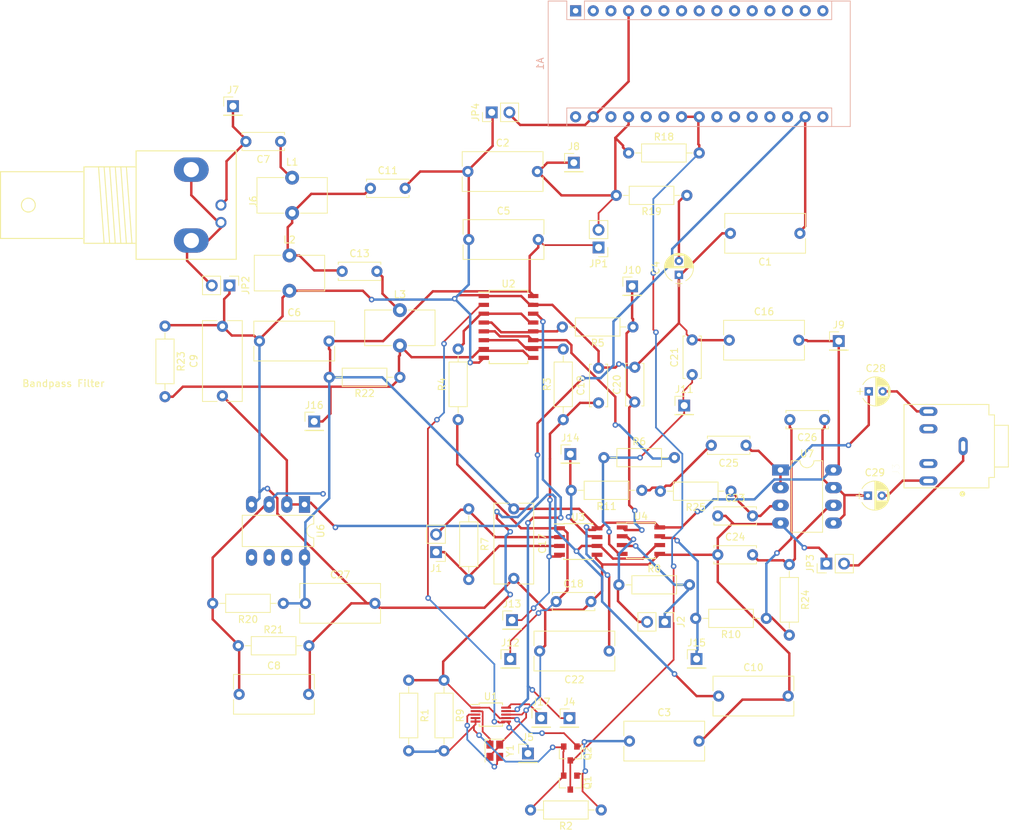
<source format=kicad_pcb>
(kicad_pcb (version 20171130) (host pcbnew "(5.1.2)-1")
  (layers (0 F.Cu signal) (31 B.Cu signal) (34 B.Paste user) (35 F.Paste user) (36 B.SilkS user) (37 F.SilkS user) (38 B.Mask user) (39 F.Mask user) (44 Edge.Cuts user))
  (net 0 "")
  (net 1 "Net-(A1-Pad16)")
  (net 2 "Net-(A1-Pad15)")
  (net 3 "Net-(A1-Pad30)")
  (net 4 "Net-(A1-Pad14)")
  (net 5 "Net-(A1-Pad29)")
  (net 6 "Net-(A1-Pad13)")
  (net 7 "Net-(A1-Pad28)")
  (net 8 "Net-(A1-Pad12)")
  (net 9 +5V)
  (net 10 "Net-(A1-Pad11)")
  (net 11 "Net-(A1-Pad26)")
  (net 12 "Net-(A1-Pad10)")
  (net 13 "Net-(A1-Pad25)")
  (net 14 "Net-(A1-Pad9)")
  (net 15 /SCL_5V)
  (net 16 "Net-(A1-Pad8)")
  (net 17 "Net-(A1-Pad7)")
  (net 18 "Net-(A1-Pad22)")
  (net 19 "Net-(A1-Pad6)")
  (net 20 "Net-(A1-Pad21)")
  (net 21 "Net-(A1-Pad5)")
  (net 22 "Net-(A1-Pad20)")
  (net 23 "Net-(A1-Pad19)")
  (net 24 "Net-(A1-Pad3)")
  (net 25 "Net-(A1-Pad18)")
  (net 26 "Net-(A1-Pad2)")
  (net 27 +3V3)
  (net 28 "Net-(A1-Pad1)")
  (net 29 GND)
  (net 30 "Net-(C4-Pad2)")
  (net 31 +4.3V)
  (net 32 "Net-(C7-Pad1)")
  (net 33 "Net-(C7-Pad2)")
  (net 34 "Net-(C8-Pad1)")
  (net 35 GNDA)
  (net 36 "Net-(C11-Pad1)")
  (net 37 "Net-(C13-Pad2)")
  (net 38 "Net-(C18-Pad1)")
  (net 39 "Net-(C19-Pad1)")
  (net 40 "Net-(C20-Pad1)")
  (net 41 "Net-(C21-Pad1)")
  (net 42 "Net-(C23-Pad2)")
  (net 43 "Net-(C24-Pad2)")
  (net 44 "Net-(C25-Pad2)")
  (net 45 "Net-(C25-Pad1)")
  (net 46 "Net-(C26-Pad2)")
  (net 47 "Net-(C26-Pad1)")
  (net 48 "Net-(C28-Pad2)")
  (net 49 "Net-(C29-Pad2)")
  (net 50 "Net-(J1-Pad1)")
  (net 51 "Net-(J1-Pad2)")
  (net 52 "Net-(J2-Pad2)")
  (net 53 "Net-(J2-Pad1)")
  (net 54 "Net-(J3-Pad11)")
  (net 55 "Net-(J3-Pad10)")
  (net 56 "Net-(J3-Pad1)")
  (net 57 /I_LO)
  (net 58 /Q_LO)
  (net 59 "Net-(J6-Pad2)")
  (net 60 "Net-(J14-Pad1)")
  (net 61 "Net-(J15-Pad1)")
  (net 62 /BP_Filter_o)
  (net 63 "Net-(J17-Pad1)")
  (net 64 /SCL_3V)
  (net 65 "Net-(R3-Pad2)")
  (net 66 "Net-(R4-Pad2)")
  (net 67 "Net-(R5-Pad2)")
  (net 68 "Net-(R6-Pad2)")
  (net 69 "Net-(U1-Pad3)")
  (net 70 "Net-(U1-Pad2)")
  (module Housings_SOIC:SOIC-16W_5.3x10.2mm_Pitch1.27mm (layer F.Cu) (at 110.871 92.456)
    (fp_text reference U2 (at 0 -6.2) (layer F.SilkS))
    (fp_text value SN74CBT3253)
    (pad 16 smd rect (at 3.55 -4.445) (size 1.5 0.6) (layers F.Cu F.Paste F.Mask) (net 31 +4.3V))
    (pad 15 smd rect (at 3.55 -3.175) (size 1.5 0.6) (layers F.Cu F.Paste F.Mask) (net 29 GND))
    (pad 14 smd rect (at 3.55 -1.905) (size 1.5 0.6) (layers F.Cu F.Paste F.Mask) (net 57 /I_LO))
    (pad 13 smd rect (at 3.55 -0.635) (size 1.5 0.6) (layers F.Cu F.Paste F.Mask) (net 66 "Net-(R4-Pad2)"))
    (pad 12 smd rect (at 3.55 0.635) (size 1.5 0.6) (layers F.Cu F.Paste F.Mask) (net 67 "Net-(R5-Pad2)"))
    (pad 11 smd rect (at 3.55 1.905) (size 1.5 0.6) (layers F.Cu F.Paste F.Mask) (net 68 "Net-(R6-Pad2)"))
    (pad 10 smd rect (at 3.55 3.175) (size 1.5 0.6) (layers F.Cu F.Paste F.Mask) (net 65 "Net-(R3-Pad2)"))
    (pad 9 smd rect (at 3.55 4.445) (size 1.5 0.6) (layers F.Cu F.Paste F.Mask) (net 62 /BP_Filter_o))
    (pad 8 smd rect (at -3.55 4.445) (size 1.5 0.6) (layers F.Cu F.Paste F.Mask) (net 29 GND))
    (pad 7 smd rect (at -3.55 3.175) (size 1.5 0.6) (layers F.Cu F.Paste F.Mask) (net 62 /BP_Filter_o))
    (pad 6 smd rect (at -3.55 1.905) (size 1.5 0.6) (layers F.Cu F.Paste F.Mask) (net 65 "Net-(R3-Pad2)"))
    (pad 5 smd rect (at -3.55 0.635) (size 1.5 0.6) (layers F.Cu F.Paste F.Mask) (net 68 "Net-(R6-Pad2)"))
    (pad 4 smd rect (at -3.55 -0.635) (size 1.5 0.6) (layers F.Cu F.Paste F.Mask) (net 67 "Net-(R5-Pad2)"))
    (pad 3 smd rect (at -3.55 -1.905) (size 1.5 0.6) (layers F.Cu F.Paste F.Mask) (net 66 "Net-(R4-Pad2)"))
    (pad 2 smd rect (at -3.55 -3.175) (size 1.5 0.6) (layers F.Cu F.Paste F.Mask) (net 58 /Q_LO))
    (pad 1 smd rect (at -3.55 -4.445) (size 1.5 0.6) (layers F.Cu F.Paste F.Mask) (net 29 GND))
  )
  (module Modules:Arduino_Nano (layer B.Cu) (at 120.523 46.99 270)
    (fp_text reference A1 (at 7.62 5.08 90) (layer B.SilkS) (effects (justify mirror)))
    (fp_text value Arduino_Nano_v3.x)
    (pad 16 thru_hole oval (at 15.24 -35.56 270) (size 1.6 1.6) (drill 0.8) (layers *.Cu *.Mask) (net 1 "Net-(A1-Pad16)"))
    (pad 15 thru_hole oval (at 0 -35.56 270) (size 1.6 1.6) (drill 0.8) (layers *.Cu *.Mask) (net 2 "Net-(A1-Pad15)"))
    (pad 30 thru_hole oval (at 15.24 0 270) (size 1.6 1.6) (drill 0.8) (layers *.Cu *.Mask) (net 3 "Net-(A1-Pad30)"))
    (pad 14 thru_hole oval (at 0 -33.02 270) (size 1.6 1.6) (drill 0.8) (layers *.Cu *.Mask) (net 4 "Net-(A1-Pad14)"))
    (pad 29 thru_hole oval (at 15.24 -2.54 270) (size 1.6 1.6) (drill 0.8) (layers *.Cu *.Mask) (net 5 "Net-(A1-Pad29)"))
    (pad 13 thru_hole oval (at 0 -30.48 270) (size 1.6 1.6) (drill 0.8) (layers *.Cu *.Mask) (net 6 "Net-(A1-Pad13)"))
    (pad 28 thru_hole oval (at 15.24 -5.08 270) (size 1.6 1.6) (drill 0.8) (layers *.Cu *.Mask) (net 7 "Net-(A1-Pad28)"))
    (pad 12 thru_hole oval (at 0 -27.94 270) (size 1.6 1.6) (drill 0.8) (layers *.Cu *.Mask) (net 8 "Net-(A1-Pad12)"))
    (pad 27 thru_hole oval (at 15.24 -7.62 270) (size 1.6 1.6) (drill 0.8) (layers *.Cu *.Mask) (net 9 +5V))
    (pad 11 thru_hole oval (at 0 -25.4 270) (size 1.6 1.6) (drill 0.8) (layers *.Cu *.Mask) (net 10 "Net-(A1-Pad11)"))
    (pad 26 thru_hole oval (at 15.24 -10.16 270) (size 1.6 1.6) (drill 0.8) (layers *.Cu *.Mask) (net 11 "Net-(A1-Pad26)"))
    (pad 10 thru_hole oval (at 0 -22.86 270) (size 1.6 1.6) (drill 0.8) (layers *.Cu *.Mask) (net 12 "Net-(A1-Pad10)"))
    (pad 25 thru_hole oval (at 15.24 -12.7 270) (size 1.6 1.6) (drill 0.8) (layers *.Cu *.Mask) (net 13 "Net-(A1-Pad25)"))
    (pad 9 thru_hole oval (at 0 -20.32 270) (size 1.6 1.6) (drill 0.8) (layers *.Cu *.Mask) (net 14 "Net-(A1-Pad9)"))
    (pad 24 thru_hole oval (at 15.24 -15.24 270) (size 1.6 1.6) (drill 0.8) (layers *.Cu *.Mask) (net 15 /SCL_5V))
    (pad 8 thru_hole oval (at 0 -17.78 270) (size 1.6 1.6) (drill 0.8) (layers *.Cu *.Mask) (net 16 "Net-(A1-Pad8)"))
    (pad 23 thru_hole oval (at 15.24 -17.78 270) (size 1.6 1.6) (drill 0.8) (layers *.Cu *.Mask) (net 15 /SCL_5V))
    (pad 7 thru_hole oval (at 0 -15.24 270) (size 1.6 1.6) (drill 0.8) (layers *.Cu *.Mask) (net 17 "Net-(A1-Pad7)"))
    (pad 22 thru_hole oval (at 15.24 -20.32 270) (size 1.6 1.6) (drill 0.8) (layers *.Cu *.Mask) (net 18 "Net-(A1-Pad22)"))
    (pad 6 thru_hole oval (at 0 -12.7 270) (size 1.6 1.6) (drill 0.8) (layers *.Cu *.Mask) (net 19 "Net-(A1-Pad6)"))
    (pad 21 thru_hole oval (at 15.24 -22.86 270) (size 1.6 1.6) (drill 0.8) (layers *.Cu *.Mask) (net 20 "Net-(A1-Pad21)"))
    (pad 5 thru_hole oval (at 0 -10.16 270) (size 1.6 1.6) (drill 0.8) (layers *.Cu *.Mask) (net 21 "Net-(A1-Pad5)"))
    (pad 20 thru_hole oval (at 15.24 -25.4 270) (size 1.6 1.6) (drill 0.8) (layers *.Cu *.Mask) (net 22 "Net-(A1-Pad20)"))
    (pad 4 thru_hole oval (at 0 -7.62 270) (size 1.6 1.6) (drill 0.8) (layers *.Cu *.Mask) (net 5 "Net-(A1-Pad29)"))
    (pad 19 thru_hole oval (at 15.24 -27.94 270) (size 1.6 1.6) (drill 0.8) (layers *.Cu *.Mask) (net 23 "Net-(A1-Pad19)"))
    (pad 3 thru_hole oval (at 0 -5.08 270) (size 1.6 1.6) (drill 0.8) (layers *.Cu *.Mask) (net 24 "Net-(A1-Pad3)"))
    (pad 18 thru_hole oval (at 15.24 -30.48 270) (size 1.6 1.6) (drill 0.8) (layers *.Cu *.Mask) (net 25 "Net-(A1-Pad18)"))
    (pad 2 thru_hole oval (at 0 -2.54 270) (size 1.6 1.6) (drill 0.8) (layers *.Cu *.Mask) (net 26 "Net-(A1-Pad2)"))
    (pad 17 thru_hole oval (at 15.24 -33.02 270) (size 1.6 1.6) (drill 0.8) (layers *.Cu *.Mask) (net 27 +3V3))
    (pad 1 thru_hole rect (at 0 0 270) (size 1.6 1.6) (drill 0.8) (layers *.Cu *.Mask) (net 28 "Net-(A1-Pad1)"))
  )
  (module Capacitors_THT:C_Rect_L11.5mm_W5.6mm_P10.00mm_MKT (layer F.Cu) (at 152.781 78.994 180)
    (fp_text reference C1 (at 5 -4.11) (layer F.SilkS))
    (fp_text value .1u)
    (pad 1 thru_hole circle (at 0 0 180) (size 1.6 1.6) (drill 0.8) (layers *.Cu *.Mask) (net 27 +3V3))
    (pad 2 thru_hole circle (at 10 0 180) (size 1.6 1.6) (drill 0.8) (layers *.Cu *.Mask) (net 29 GND))
  )
  (module Capacitors_THT:C_Rect_L11.5mm_W5.6mm_P10.00mm_MKT (layer F.Cu) (at 105.029 70.104)
    (fp_text reference C2 (at 5 -4.11) (layer F.SilkS))
    (fp_text value .1u)
    (pad 2 thru_hole circle (at 10 0) (size 1.6 1.6) (drill 0.8) (layers *.Cu *.Mask) (net 9 +5V))
    (pad 1 thru_hole circle (at 0 0) (size 1.6 1.6) (drill 0.8) (layers *.Cu *.Mask) (net 29 GND))
  )
  (module Capacitors_THT:C_Rect_L11.5mm_W5.6mm_P10.00mm_MKT (layer F.Cu) (at 128.27 152.019)
    (fp_text reference C3 (at 5 -4.11) (layer F.SilkS))
    (fp_text value .1u)
    (pad 1 thru_hole circle (at 0 0) (size 1.6 1.6) (drill 0.8) (layers *.Cu *.Mask) (net 27 +3V3))
    (pad 2 thru_hole circle (at 10 0) (size 1.6 1.6) (drill 0.8) (layers *.Cu *.Mask) (net 29 GND))
  )
  (module Capacitors_THT:CP_Radial_D4.0mm_P2.00mm (layer F.Cu) (at 135.382 84.963 90)
    (fp_text reference C4 (at 1 -3.31 90) (layer F.SilkS))
    (fp_text value 10u)
    (pad 1 thru_hole rect (at 0 0 90) (size 1.2 1.2) (drill 0.6) (layers *.Cu *.Mask) (net 29 GND))
    (pad 2 thru_hole circle (at 2 0 90) (size 1.2 1.2) (drill 0.6) (layers *.Cu *.Mask) (net 30 "Net-(C4-Pad2)"))
  )
  (module Capacitors_THT:C_Rect_L11.5mm_W5.6mm_P10.00mm_MKT (layer F.Cu) (at 105.156 79.883)
    (fp_text reference C5 (at 5 -4.11) (layer F.SilkS))
    (fp_text value .1u)
    (pad 1 thru_hole circle (at 0 0) (size 1.6 1.6) (drill 0.8) (layers *.Cu *.Mask) (net 29 GND))
    (pad 2 thru_hole circle (at 10 0) (size 1.6 1.6) (drill 0.8) (layers *.Cu *.Mask) (net 31 +4.3V))
  )
  (module Capacitors_THT:C_Rect_L11.5mm_W5.6mm_P10.00mm_MKT (layer F.Cu) (at 75.057 94.488)
    (fp_text reference C6 (at 5 -4.11) (layer F.SilkS))
    (fp_text value .1u)
    (pad 2 thru_hole circle (at 10 0) (size 1.6 1.6) (drill 0.8) (layers *.Cu *.Mask) (net 31 +4.3V))
    (pad 1 thru_hole circle (at 0 0) (size 1.6 1.6) (drill 0.8) (layers *.Cu *.Mask) (net 29 GND))
  )
  (module Capacitors_THT:C_Disc_D6.0mm_W2.5mm_P5.00mm (layer F.Cu) (at 78.105 65.786 180)
    (fp_text reference C7 (at 2.5 -2.56) (layer F.SilkS))
    (fp_text value 120pF)
    (pad 1 thru_hole circle (at 0 0 180) (size 1.6 1.6) (drill 0.8) (layers *.Cu *.Mask) (net 32 "Net-(C7-Pad1)"))
    (pad 2 thru_hole circle (at 5 0 180) (size 1.6 1.6) (drill 0.8) (layers *.Cu *.Mask) (net 33 "Net-(C7-Pad2)"))
  )
  (module Capacitors_THT:C_Rect_L11.5mm_W5.6mm_P10.00mm_MKT (layer F.Cu) (at 72.136 145.288)
    (fp_text reference C8 (at 5 -4.11) (layer F.SilkS))
    (fp_text value .1u)
    (pad 2 thru_hole circle (at 10 0) (size 1.6 1.6) (drill 0.8) (layers *.Cu *.Mask) (net 29 GND))
    (pad 1 thru_hole circle (at 0 0) (size 1.6 1.6) (drill 0.8) (layers *.Cu *.Mask) (net 34 "Net-(C8-Pad1)"))
  )
  (module Capacitors_THT:C_Rect_L11.5mm_W5.6mm_P10.00mm_MKT (layer F.Cu) (at 69.723 102.362 90)
    (fp_text reference C9 (at 5 -4.11 90) (layer F.SilkS))
    (fp_text value .1uF)
    (pad 1 thru_hole circle (at 0 0 90) (size 1.6 1.6) (drill 0.8) (layers *.Cu *.Mask) (net 35 GNDA))
    (pad 2 thru_hole circle (at 10 0 90) (size 1.6 1.6) (drill 0.8) (layers *.Cu *.Mask) (net 29 GND))
  )
  (module Capacitors_THT:C_Rect_L11.5mm_W5.6mm_P10.00mm_MKT (layer F.Cu) (at 141.097 145.542)
    (fp_text reference C10 (at 5 -4.11) (layer F.SilkS))
    (fp_text value .1uF)
    (pad 1 thru_hole circle (at 0 0) (size 1.6 1.6) (drill 0.8) (layers *.Cu *.Mask) (net 35 GNDA))
    (pad 2 thru_hole circle (at 10 0) (size 1.6 1.6) (drill 0.8) (layers *.Cu *.Mask) (net 29 GND))
  )
  (module Capacitors_THT:C_Disc_D6.0mm_W2.5mm_P5.00mm (layer F.Cu) (at 91.012 72.517)
    (fp_text reference C11 (at 2.5 -2.56) (layer F.SilkS))
    (fp_text value 1.1nF)
    (pad 1 thru_hole circle (at 0 0) (size 1.6 1.6) (drill 0.8) (layers *.Cu *.Mask) (net 36 "Net-(C11-Pad1)"))
    (pad 2 thru_hole circle (at 5 0) (size 1.6 1.6) (drill 0.8) (layers *.Cu *.Mask) (net 29 GND))
  )
  (module Capacitors_THT:C_Disc_D6.0mm_W2.5mm_P5.00mm (layer F.Cu) (at 86.948 84.455)
    (fp_text reference C13 (at 2.5 -2.56) (layer F.SilkS))
    (fp_text value 120pF)
    (pad 2 thru_hole circle (at 5 0) (size 1.6 1.6) (drill 0.8) (layers *.Cu *.Mask) (net 37 "Net-(C13-Pad2)"))
    (pad 1 thru_hole circle (at 0 0) (size 1.6 1.6) (drill 0.8) (layers *.Cu *.Mask) (net 36 "Net-(C11-Pad1)"))
  )
  (module Capacitors_THT:C_Rect_L11.5mm_W5.6mm_P10.00mm_MKT (layer F.Cu) (at 142.621 94.361)
    (fp_text reference C16 (at 5 -4.11) (layer F.SilkS))
    (fp_text value .1u)
    (pad 2 thru_hole circle (at 10 0) (size 1.6 1.6) (drill 0.8) (layers *.Cu *.Mask) (net 31 +4.3V))
    (pad 1 thru_hole circle (at 0 0) (size 1.6 1.6) (drill 0.8) (layers *.Cu *.Mask) (net 29 GND))
  )
  (module Capacitors_THT:C_Rect_L11.5mm_W5.6mm_P10.00mm_MKT (layer F.Cu) (at 111.633 118.618 270)
    (fp_text reference C17 (at 5 -4.11 90) (layer F.SilkS))
    (fp_text value .1u)
    (pad 2 thru_hole circle (at 10 0 270) (size 1.6 1.6) (drill 0.8) (layers *.Cu *.Mask) (net 29 GND))
    (pad 1 thru_hole circle (at 0 0 270) (size 1.6 1.6) (drill 0.8) (layers *.Cu *.Mask) (net 31 +4.3V))
  )
  (module Capacitors_THT:C_Disc_D6.0mm_W2.5mm_P5.00mm (layer F.Cu) (at 117.729 131.953)
    (fp_text reference C18 (at 2.5 -2.56) (layer F.SilkS))
    (fp_text value 3900p)
    (pad 1 thru_hole circle (at 0 0) (size 1.6 1.6) (drill 0.8) (layers *.Cu *.Mask) (net 38 "Net-(C18-Pad1)"))
    (pad 2 thru_hole circle (at 5 0) (size 1.6 1.6) (drill 0.8) (layers *.Cu *.Mask) (net 29 GND))
  )
  (module Capacitors_THT:C_Disc_D6.0mm_W2.5mm_P5.00mm (layer F.Cu) (at 123.825 103.378 90)
    (fp_text reference C19 (at 2.5 -2.56 90) (layer F.SilkS))
    (fp_text value 3900p)
    (pad 2 thru_hole circle (at 5 0 90) (size 1.6 1.6) (drill 0.8) (layers *.Cu *.Mask) (net 29 GND))
    (pad 1 thru_hole circle (at 0 0 90) (size 1.6 1.6) (drill 0.8) (layers *.Cu *.Mask) (net 39 "Net-(C19-Pad1)"))
  )
  (module Capacitors_THT:C_Disc_D6.0mm_W2.5mm_P5.00mm (layer F.Cu) (at 129.032 103.251 90)
    (fp_text reference C20 (at 2.5 -2.56 90) (layer F.SilkS))
    (fp_text value 3900p)
    (pad 1 thru_hole circle (at 0 0 90) (size 1.6 1.6) (drill 0.8) (layers *.Cu *.Mask) (net 40 "Net-(C20-Pad1)"))
    (pad 2 thru_hole circle (at 5 0 90) (size 1.6 1.6) (drill 0.8) (layers *.Cu *.Mask) (net 29 GND))
  )
  (module Capacitors_THT:C_Disc_D6.0mm_W2.5mm_P5.00mm (layer F.Cu) (at 137.287 99.314 90)
    (fp_text reference C21 (at 2.5 -2.56 90) (layer F.SilkS))
    (fp_text value 3900p)
    (pad 2 thru_hole circle (at 5 0 90) (size 1.6 1.6) (drill 0.8) (layers *.Cu *.Mask) (net 29 GND))
    (pad 1 thru_hole circle (at 0 0 90) (size 1.6 1.6) (drill 0.8) (layers *.Cu *.Mask) (net 41 "Net-(C21-Pad1)"))
  )
  (module Capacitors_THT:C_Rect_L11.5mm_W5.6mm_P10.00mm_MKT (layer F.Cu) (at 125.349 139.065 180)
    (fp_text reference C22 (at 5 -4.11) (layer F.SilkS))
    (fp_text value .1uF)
    (pad 2 thru_hole circle (at 10 0 180) (size 1.6 1.6) (drill 0.8) (layers *.Cu *.Mask) (net 29 GND))
    (pad 1 thru_hole circle (at 0 0 180) (size 1.6 1.6) (drill 0.8) (layers *.Cu *.Mask) (net 31 +4.3V))
  )
  (module Capacitors_THT:C_Disc_D6.0mm_W2.5mm_P5.00mm (layer F.Cu) (at 140.97 119.634)
    (fp_text reference C23 (at 2.5 -2.56) (layer F.SilkS))
    (fp_text value 100pF)
    (pad 1 thru_hole circle (at 0 0) (size 1.6 1.6) (drill 0.8) (layers *.Cu *.Mask) (net 29 GND))
    (pad 2 thru_hole circle (at 5 0) (size 1.6 1.6) (drill 0.8) (layers *.Cu *.Mask) (net 42 "Net-(C23-Pad2)"))
  )
  (module Capacitors_THT:C_Disc_D6.0mm_W2.5mm_P5.00mm (layer F.Cu) (at 140.97 125.222)
    (fp_text reference C24 (at 2.5 -2.56) (layer F.SilkS))
    (fp_text value 100pF)
    (pad 2 thru_hole circle (at 5 0) (size 1.6 1.6) (drill 0.8) (layers *.Cu *.Mask) (net 43 "Net-(C24-Pad2)"))
    (pad 1 thru_hole circle (at 0 0) (size 1.6 1.6) (drill 0.8) (layers *.Cu *.Mask) (net 29 GND))
  )
  (module Capacitors_THT:C_Disc_D6.0mm_W2.5mm_P5.00mm (layer F.Cu) (at 145.034 109.474 180)
    (fp_text reference C25 (at 2.5 -2.56) (layer F.SilkS))
    (fp_text value 100pF)
    (pad 2 thru_hole circle (at 5 0 180) (size 1.6 1.6) (drill 0.8) (layers *.Cu *.Mask) (net 44 "Net-(C25-Pad2)"))
    (pad 1 thru_hole circle (at 0 0 180) (size 1.6 1.6) (drill 0.8) (layers *.Cu *.Mask) (net 45 "Net-(C25-Pad1)"))
  )
  (module Capacitors_THT:C_Disc_D6.0mm_W2.5mm_P5.00mm (layer F.Cu) (at 156.337 105.791 180)
    (fp_text reference C26 (at 2.5 -2.56) (layer F.SilkS))
    (fp_text value 100pF)
    (pad 2 thru_hole circle (at 5 0 180) (size 1.6 1.6) (drill 0.8) (layers *.Cu *.Mask) (net 46 "Net-(C26-Pad2)"))
    (pad 1 thru_hole circle (at 0 0 180) (size 1.6 1.6) (drill 0.8) (layers *.Cu *.Mask) (net 47 "Net-(C26-Pad1)"))
  )
  (module Capacitors_THT:C_Rect_L11.5mm_W5.6mm_P10.00mm_MKT (layer F.Cu) (at 81.661 132.207)
    (fp_text reference C27 (at 5 -4.11) (layer F.SilkS))
    (fp_text value .1uF)
    (pad 1 thru_hole circle (at 0 0) (size 1.6 1.6) (drill 0.8) (layers *.Cu *.Mask) (net 31 +4.3V))
    (pad 2 thru_hole circle (at 10 0) (size 1.6 1.6) (drill 0.8) (layers *.Cu *.Mask) (net 29 GND))
  )
  (module Capacitors_THT:CP_Radial_D4.0mm_P2.00mm (layer F.Cu) (at 162.687 101.727)
    (fp_text reference C28 (at 1 -3.31) (layer F.SilkS))
    (fp_text value 10uF)
    (pad 2 thru_hole circle (at 2 0) (size 1.2 1.2) (drill 0.6) (layers *.Cu *.Mask) (net 48 "Net-(C28-Pad2)"))
    (pad 1 thru_hole rect (at 0 0) (size 1.2 1.2) (drill 0.6) (layers *.Cu *.Mask) (net 45 "Net-(C25-Pad1)"))
  )
  (module Capacitors_THT:CP_Radial_D4.0mm_P2.00mm (layer F.Cu) (at 162.56 116.713)
    (fp_text reference C29 (at 1 -3.31) (layer F.SilkS))
    (fp_text value 10uF)
    (pad 2 thru_hole circle (at 2 0) (size 1.2 1.2) (drill 0.6) (layers *.Cu *.Mask) (net 49 "Net-(C29-Pad2)"))
    (pad 1 thru_hole rect (at 0 0) (size 1.2 1.2) (drill 0.6) (layers *.Cu *.Mask) (net 47 "Net-(C26-Pad1)"))
  )
  (module Pin_Headers:Pin_Header_Straight_1x02_Pitch2.54mm (layer F.Cu) (at 100.457 124.841 180)
    (fp_text reference J1 (at 0 -2.33) (layer F.SilkS))
    (fp_text value Conn_01x02_Female)
    (pad 1 thru_hole rect (at 0 0 180) (size 1.7 1.7) (drill 1) (layers *.Cu *.Mask) (net 50 "Net-(J1-Pad1)"))
    (pad 2 thru_hole oval (at 0 2.54 180) (size 1.7 1.7) (drill 1) (layers *.Cu *.Mask) (net 51 "Net-(J1-Pad2)"))
  )
  (module Pin_Headers:Pin_Header_Straight_1x02_Pitch2.54mm (layer F.Cu) (at 133.35 134.874 270)
    (fp_text reference J2 (at 0 -2.33 90) (layer F.SilkS))
    (fp_text value Conn_01x02_Female)
    (pad 2 thru_hole oval (at 0 2.54 270) (size 1.7 1.7) (drill 1) (layers *.Cu *.Mask) (net 52 "Net-(J2-Pad2)"))
    (pad 1 thru_hole rect (at 0 0 270) (size 1.7 1.7) (drill 1) (layers *.Cu *.Mask) (net 53 "Net-(J2-Pad1)"))
  )
  (module SWITCHCRAFT_35RAPC4BHN2 (layer F.Cu) (at 175.26 109.601 90)
    (fp_text reference J3 (at -3.33784 -8.66834 90) (layer F.SilkS) (effects (font (size 1.003858 1.003858) (thickness 0.015))))
    (fp_text value 35RAPC4BHN2)
    (pad 2 thru_hole oval (at 5 -4 90) (size 1.3 2.6) (drill oval 0.6 1.5) (layers *.Cu *.Mask) (net 48 "Net-(C28-Pad2)"))
    (pad 3 thru_hole oval (at -5 -4 90) (size 1.3 2.6) (drill oval 0.6 1.5) (layers *.Cu *.Mask) (net 49 "Net-(C29-Pad2)"))
    (pad 11 thru_hole oval (at -2.5 -4 90) (size 1.3 2.6) (drill oval 0.6 1.5) (layers *.Cu *.Mask) (net 54 "Net-(J3-Pad11)"))
    (pad 10 thru_hole oval (at 2.5 -4 90) (size 1.3 2.6) (drill oval 0.6 1.5) (layers *.Cu *.Mask) (net 55 "Net-(J3-Pad10)"))
    (pad 1 thru_hole oval (at 0 1 90) (size 2.6 1.3) (drill oval 1.5 0.6) (layers *.Cu *.Mask) (net 56 "Net-(J3-Pad1)"))
    (pad None np_thru_hole circle (at 0 -4 90) (size 1.2 1.2) (drill 1.2) (layers *.Cu *.Mask))
    (pad None np_thru_hole circle (at -5 1 90) (size 1.2 1.2) (drill 1.2) (layers *.Cu *.Mask))
    (pad None np_thru_hole circle (at -5 3.5 90) (size 1.2 1.2) (drill 1.2) (layers *.Cu *.Mask))
    (pad None np_thru_hole circle (at 5 1 90) (size 1.2 1.2) (drill 1.2) (layers *.Cu *.Mask))
    (pad None np_thru_hole circle (at 5 3.5 90) (size 1.2 1.2) (drill 1.2) (layers *.Cu *.Mask))
  )
  (module Pin_Headers:Pin_Header_Straight_1x01_Pitch2.54mm (layer F.Cu) (at 119.634 148.717)
    (fp_text reference J4 (at 0 -2.33) (layer F.SilkS))
    (fp_text value IQ_SDR-rescue_Conn_01x01-Connector_Generic-IQ_SDR-rescue)
    (pad 1 thru_hole rect (at 0 0) (size 1.7 1.7) (drill 1) (layers *.Cu *.Mask) (net 57 /I_LO))
  )
  (module Pin_Headers:Pin_Header_Straight_1x01_Pitch2.54mm (layer F.Cu) (at 113.665 153.797)
    (fp_text reference J5 (at 0 -2.33) (layer F.SilkS))
    (fp_text value IQ_SDR-rescue_Conn_01x01-Connector_Generic-IQ_SDR-rescue)
    (pad 1 thru_hole rect (at 0 0) (size 1.7 1.7) (drill 1) (layers *.Cu *.Mask) (net 58 /Q_LO))
  )
  (module Connectors_TE-Connectivity:BNC_Socket_TYCO-AMP (layer F.Cu) (at 64.516 74.93 90)
    (fp_text reference J6 (at 0.508 9.652 90) (layer F.SilkS))
    (fp_text value Conn_Coaxial)
    (pad 2 thru_hole circle (at -2.49936 5.00126 90) (size 1.6002 1.6002) (drill 1.00076) (layers *.Cu *.Mask) (net 59 "Net-(J6-Pad2)"))
    (pad 1 thru_hole circle (at 0 5.00126 90) (size 1.6002 1.6002) (drill 1.00076) (layers *.Cu *.Mask) (net 33 "Net-(C7-Pad2)"))
    (pad 2 thru_hole oval (at 5.10032 0.7366 90) (size 3.50012 5.00126) (drill 2.19964) (layers *.Cu *.Mask) (net 59 "Net-(J6-Pad2)"))
    (pad 2 thru_hole oval (at -5.09778 0.7366 90) (size 3.50012 5.00126) (drill 2.19964) (layers *.Cu *.Mask) (net 59 "Net-(J6-Pad2)"))
  )
  (module Pin_Headers:Pin_Header_Straight_1x01_Pitch2.54mm (layer F.Cu) (at 71.247 60.706)
    (fp_text reference J7 (at 0 -2.33) (layer F.SilkS))
    (fp_text value IQ_SDR-rescue_Conn_01x01-Connector_Generic-IQ_SDR-rescue)
    (pad 1 thru_hole rect (at 0 0) (size 1.7 1.7) (drill 1) (layers *.Cu *.Mask) (net 33 "Net-(C7-Pad2)"))
  )
  (module Pin_Headers:Pin_Header_Straight_1x01_Pitch2.54mm (layer F.Cu) (at 120.269 68.834)
    (fp_text reference J8 (at 0 -2.33) (layer F.SilkS))
    (fp_text value IQ_SDR-rescue_Conn_01x01-Connector_Generic-IQ_SDR-rescue)
    (pad 1 thru_hole rect (at 0 0) (size 1.7 1.7) (drill 1) (layers *.Cu *.Mask) (net 9 +5V))
  )
  (module Pin_Headers:Pin_Header_Straight_1x01_Pitch2.54mm (layer F.Cu) (at 158.369 94.488)
    (fp_text reference J9 (at 0 -2.33) (layer F.SilkS))
    (fp_text value IQ_SDR-rescue_Conn_01x01-Connector_Generic-IQ_SDR-rescue)
    (pad 1 thru_hole rect (at 0 0) (size 1.7 1.7) (drill 1) (layers *.Cu *.Mask) (net 31 +4.3V))
  )
  (module Pin_Headers:Pin_Header_Straight_1x01_Pitch2.54mm (layer F.Cu) (at 128.651 86.614)
    (fp_text reference J10 (at 0 -2.33) (layer F.SilkS))
    (fp_text value IQ_SDR-rescue_Conn_01x01-Connector_Generic-IQ_SDR-rescue)
    (pad 1 thru_hole rect (at 0 0) (size 1.7 1.7) (drill 1) (layers *.Cu *.Mask) (net 40 "Net-(C20-Pad1)"))
  )
  (module Pin_Headers:Pin_Header_Straight_1x01_Pitch2.54mm (layer F.Cu) (at 136.144 103.759)
    (fp_text reference J11 (at 0 -2.33) (layer F.SilkS))
    (fp_text value IQ_SDR-rescue_Conn_01x01-Connector_Generic-IQ_SDR-rescue)
    (pad 1 thru_hole rect (at 0 0) (size 1.7 1.7) (drill 1) (layers *.Cu *.Mask) (net 41 "Net-(C21-Pad1)"))
  )
  (module Pin_Headers:Pin_Header_Straight_1x01_Pitch2.54mm (layer F.Cu) (at 111.125 140.208)
    (fp_text reference J12 (at 0 -2.33) (layer F.SilkS))
    (fp_text value IQ_SDR-rescue_Conn_01x01-Connector_Generic-IQ_SDR-rescue)
    (pad 1 thru_hole rect (at 0 0) (size 1.7 1.7) (drill 1) (layers *.Cu *.Mask) (net 38 "Net-(C18-Pad1)"))
  )
  (module Pin_Headers:Pin_Header_Straight_1x01_Pitch2.54mm (layer F.Cu) (at 111.379 134.62)
    (fp_text reference J13 (at 0 -2.33) (layer F.SilkS))
    (fp_text value IQ_SDR-rescue_Conn_01x01-Connector_Generic-IQ_SDR-rescue)
    (pad 1 thru_hole rect (at 0 0) (size 1.7 1.7) (drill 1) (layers *.Cu *.Mask) (net 39 "Net-(C19-Pad1)"))
  )
  (module Pin_Headers:Pin_Header_Straight_1x01_Pitch2.54mm (layer F.Cu) (at 119.761 110.744)
    (fp_text reference J14 (at 0 -2.33) (layer F.SilkS))
    (fp_text value IQ_SDR-rescue_Conn_01x01-Connector_Generic-IQ_SDR-rescue)
    (pad 1 thru_hole rect (at 0 0) (size 1.7 1.7) (drill 1) (layers *.Cu *.Mask) (net 60 "Net-(J14-Pad1)"))
  )
  (module Pin_Headers:Pin_Header_Straight_1x01_Pitch2.54mm (layer F.Cu) (at 137.922 140.208)
    (fp_text reference J15 (at 0 -2.33) (layer F.SilkS))
    (fp_text value IQ_SDR-rescue_Conn_01x01-Connector_Generic-IQ_SDR-rescue)
    (pad 1 thru_hole rect (at 0 0) (size 1.7 1.7) (drill 1) (layers *.Cu *.Mask) (net 61 "Net-(J15-Pad1)"))
  )
  (module Pin_Headers:Pin_Header_Straight_1x01_Pitch2.54mm (layer F.Cu) (at 82.931 106.045)
    (fp_text reference J16 (at 0 -2.33) (layer F.SilkS))
    (fp_text value IQ_SDR-rescue_Conn_01x01-Connector_Generic-IQ_SDR-rescue)
    (pad 1 thru_hole rect (at 0 0) (size 1.7 1.7) (drill 1) (layers *.Cu *.Mask) (net 62 /BP_Filter_o))
  )
  (module Pin_Headers:Pin_Header_Straight_1x01_Pitch2.54mm (layer F.Cu) (at 115.57 148.717)
    (fp_text reference J17 (at 0 -2.33) (layer F.SilkS))
    (fp_text value IQ_SDR-rescue_Conn_01x01-Connector_Generic-IQ_SDR-rescue)
    (pad 1 thru_hole rect (at 0 0) (size 1.7 1.7) (drill 1) (layers *.Cu *.Mask) (net 63 "Net-(J17-Pad1)"))
  )
  (module Pin_Headers:Pin_Header_Straight_1x02_Pitch2.54mm (layer F.Cu) (at 123.825 81.026 180)
    (fp_text reference JP1 (at 0 -2.33) (layer F.SilkS))
    (fp_text value Jumper_NC_Small-Device)
    (pad 1 thru_hole rect (at 0 0 180) (size 1.7 1.7) (drill 1) (layers *.Cu *.Mask) (net 31 +4.3V))
    (pad 2 thru_hole oval (at 0 2.54 180) (size 1.7 1.7) (drill 1) (layers *.Cu *.Mask) (net 9 +5V))
  )
  (module Pin_Headers:Pin_Header_Straight_1x02_Pitch2.54mm (layer F.Cu) (at 70.739 86.487 270)
    (fp_text reference JP2 (at 0 -2.33 90) (layer F.SilkS))
    (fp_text value Jumper_NC_Small)
    (pad 2 thru_hole oval (at 0 2.54 270) (size 1.7 1.7) (drill 1) (layers *.Cu *.Mask) (net 59 "Net-(J6-Pad2)"))
    (pad 1 thru_hole rect (at 0 0 270) (size 1.7 1.7) (drill 1) (layers *.Cu *.Mask) (net 29 GND))
  )
  (module Pin_Headers:Pin_Header_Straight_1x02_Pitch2.54mm (layer F.Cu) (at 156.591 126.492 90)
    (fp_text reference JP3 (at 0 -2.33 90) (layer F.SilkS))
    (fp_text value Jumper_NC_Small-Device)
    (pad 1 thru_hole rect (at 0 0 90) (size 1.7 1.7) (drill 1) (layers *.Cu *.Mask) (net 29 GND))
    (pad 2 thru_hole oval (at 0 2.54 90) (size 1.7 1.7) (drill 1) (layers *.Cu *.Mask) (net 56 "Net-(J3-Pad1)"))
  )
  (module Pin_Headers:Pin_Header_Straight_1x02_Pitch2.54mm (layer F.Cu) (at 108.458 61.595 90)
    (fp_text reference JP4 (at 0 -2.33 90) (layer F.SilkS))
    (fp_text value Jumper_NC_Small-Device)
    (pad 2 thru_hole oval (at 0 2.54 90) (size 1.7 1.7) (drill 1) (layers *.Cu *.Mask) (net 5 "Net-(A1-Pad29)"))
    (pad 1 thru_hole rect (at 0 0 90) (size 1.7 1.7) (drill 1) (layers *.Cu *.Mask) (net 29 GND))
  )
  (module Inductors_THT:L_Toroid_Vertical_L10.0mm_W5.0mm_P5.08mm (layer F.Cu) (at 79.756 70.993)
    (fp_text reference L1 (at 0 -2.25) (layer F.SilkS))
    (fp_text value 1.3uH)
    (pad 2 thru_hole circle (at 0 5.08) (size 2 2) (drill 1) (layers *.Cu *.Mask) (net 36 "Net-(C11-Pad1)"))
    (pad 1 thru_hole circle (at 0 0) (size 2 2) (drill 1) (layers *.Cu *.Mask) (net 32 "Net-(C7-Pad1)"))
  )
  (module Inductors_THT:L_Toroid_Vertical_L10.0mm_W5.0mm_P5.08mm (layer F.Cu) (at 79.375 82.169)
    (fp_text reference L2 (at 0 -2.25) (layer F.SilkS))
    (fp_text value 150nH)
    (pad 1 thru_hole circle (at 0 0) (size 2 2) (drill 1) (layers *.Cu *.Mask) (net 36 "Net-(C11-Pad1)"))
    (pad 2 thru_hole circle (at 0 5.08) (size 2 2) (drill 1) (layers *.Cu *.Mask) (net 29 GND))
  )
  (module Inductors_THT:L_Toroid_Vertical_L10.0mm_W5.0mm_P5.08mm (layer F.Cu) (at 95.25 90.043)
    (fp_text reference L3 (at 0 -2.25) (layer F.SilkS))
    (fp_text value 1.3uH)
    (pad 2 thru_hole circle (at 0 5.08) (size 2 2) (drill 1) (layers *.Cu *.Mask) (net 62 /BP_Filter_o))
    (pad 1 thru_hole circle (at 0 0) (size 2 2) (drill 1) (layers *.Cu *.Mask) (net 37 "Net-(C13-Pad2)"))
  )
  (module TO_SOT_Packages_SMD:SOT-23 (layer F.Cu) (at 119.761 157.988 270)
    (fp_text reference Q1 (at 0 -2.5 90) (layer F.SilkS))
    (fp_text value BSS138)
    (pad 3 smd rect (at 1 0 270) (size 0.9 0.8) (layers F.Cu F.Paste F.Mask) (net 15 /SCL_5V))
    (pad 2 smd rect (at -1 0.95 270) (size 0.9 0.8) (layers F.Cu F.Paste F.Mask) (net 64 /SCL_3V))
    (pad 1 smd rect (at -1 -0.95 270) (size 0.9 0.8) (layers F.Cu F.Paste F.Mask) (net 27 +3V3))
  )
  (module TO_SOT_Packages_SMD:SOT-23 (layer F.Cu) (at 119.761 153.797 270)
    (fp_text reference Q2 (at 0 -2.5 90) (layer F.SilkS))
    (fp_text value BSS138)
    (pad 1 smd rect (at -1 -0.95 270) (size 0.9 0.8) (layers F.Cu F.Paste F.Mask) (net 27 +3V3))
    (pad 2 smd rect (at -1 0.95 270) (size 0.9 0.8) (layers F.Cu F.Paste F.Mask) (net 64 /SCL_3V))
    (pad 3 smd rect (at 1 0 270) (size 0.9 0.8) (layers F.Cu F.Paste F.Mask) (net 15 /SCL_5V))
  )
  (module Resistors_THT:R_Axial_DIN0207_L6.3mm_D2.5mm_P10.16mm_Horizontal (layer F.Cu) (at 96.52 143.256 270)
    (fp_text reference R1 (at 5.08 -2.31 90) (layer F.SilkS))
    (fp_text value 1k)
    (pad 1 thru_hole circle (at 0 0 270) (size 1.6 1.6) (drill 0.8) (layers *.Cu *.Mask) (net 27 +3V3))
    (pad 2 thru_hole oval (at 10.16 0 270) (size 1.6 1.6) (drill 0.8) (layers *.Cu *.Mask) (net 64 /SCL_3V))
  )
  (module Resistors_THT:R_Axial_DIN0207_L6.3mm_D2.5mm_P10.16mm_Horizontal (layer F.Cu) (at 124.206 161.925 180)
    (fp_text reference R2 (at 5.08 -2.31) (layer F.SilkS))
    (fp_text value 1k)
    (pad 2 thru_hole oval (at 10.16 0 180) (size 1.6 1.6) (drill 0.8) (layers *.Cu *.Mask) (net 64 /SCL_3V))
    (pad 1 thru_hole circle (at 0 0 180) (size 1.6 1.6) (drill 0.8) (layers *.Cu *.Mask) (net 27 +3V3))
  )
  (module Resistors_THT:R_Axial_DIN0207_L6.3mm_D2.5mm_P10.16mm_Horizontal (layer F.Cu) (at 118.745 105.791 90)
    (fp_text reference R3 (at 5.08 -2.31 90) (layer F.SilkS))
    (fp_text value 50)
    (pad 2 thru_hole oval (at 10.16 0 90) (size 1.6 1.6) (drill 0.8) (layers *.Cu *.Mask) (net 65 "Net-(R3-Pad2)"))
    (pad 1 thru_hole circle (at 0 0 90) (size 1.6 1.6) (drill 0.8) (layers *.Cu *.Mask) (net 39 "Net-(C19-Pad1)"))
  )
  (module Resistors_THT:R_Axial_DIN0207_L6.3mm_D2.5mm_P10.16mm_Horizontal (layer F.Cu) (at 103.632 105.791 90)
    (fp_text reference R4 (at 5.08 -2.31 90) (layer F.SilkS))
    (fp_text value 50)
    (pad 2 thru_hole oval (at 10.16 0 90) (size 1.6 1.6) (drill 0.8) (layers *.Cu *.Mask) (net 66 "Net-(R4-Pad2)"))
    (pad 1 thru_hole circle (at 0 0 90) (size 1.6 1.6) (drill 0.8) (layers *.Cu *.Mask) (net 38 "Net-(C18-Pad1)"))
  )
  (module Resistors_THT:R_Axial_DIN0207_L6.3mm_D2.5mm_P10.16mm_Horizontal (layer F.Cu) (at 128.778 92.456 180)
    (fp_text reference R5 (at 5.08 -2.31) (layer F.SilkS))
    (fp_text value 50)
    (pad 2 thru_hole oval (at 10.16 0 180) (size 1.6 1.6) (drill 0.8) (layers *.Cu *.Mask) (net 67 "Net-(R5-Pad2)"))
    (pad 1 thru_hole circle (at 0 0 180) (size 1.6 1.6) (drill 0.8) (layers *.Cu *.Mask) (net 40 "Net-(C20-Pad1)"))
  )
  (module Resistors_THT:R_Axial_DIN0207_L6.3mm_D2.5mm_P10.16mm_Horizontal (layer F.Cu) (at 124.587 111.252)
    (fp_text reference R6 (at 5.08 -2.31) (layer F.SilkS))
    (fp_text value 50)
    (pad 2 thru_hole oval (at 10.16 0) (size 1.6 1.6) (drill 0.8) (layers *.Cu *.Mask) (net 68 "Net-(R6-Pad2)"))
    (pad 1 thru_hole circle (at 0 0) (size 1.6 1.6) (drill 0.8) (layers *.Cu *.Mask) (net 41 "Net-(C21-Pad1)"))
  )
  (module Resistors_THT:R_Axial_DIN0207_L6.3mm_D2.5mm_P10.16mm_Horizontal (layer F.Cu) (at 105.156 118.618 270)
    (fp_text reference R7 (at 5.08 -2.31 90) (layer F.SilkS))
    (fp_text value 1k)
    (pad 1 thru_hole circle (at 0 0 270) (size 1.6 1.6) (drill 0.8) (layers *.Cu *.Mask) (net 51 "Net-(J1-Pad2)"))
    (pad 2 thru_hole oval (at 10.16 0 270) (size 1.6 1.6) (drill 0.8) (layers *.Cu *.Mask) (net 50 "Net-(J1-Pad1)"))
  )
  (module Resistors_THT:R_Axial_DIN0207_L6.3mm_D2.5mm_P10.16mm_Horizontal (layer F.Cu) (at 126.746 129.54)
    (fp_text reference R8 (at 5.08 -2.31) (layer F.SilkS))
    (fp_text value 1k)
    (pad 1 thru_hole circle (at 0 0) (size 1.6 1.6) (drill 0.8) (layers *.Cu *.Mask) (net 52 "Net-(J2-Pad2)"))
    (pad 2 thru_hole oval (at 10.16 0) (size 1.6 1.6) (drill 0.8) (layers *.Cu *.Mask) (net 53 "Net-(J2-Pad1)"))
  )
  (module Resistors_THT:R_Axial_DIN0207_L6.3mm_D2.5mm_P10.16mm_Horizontal (layer F.Cu) (at 101.6 143.256 270)
    (fp_text reference R9 (at 5.08 -2.31 90) (layer F.SilkS))
    (fp_text value 10k)
    (pad 2 thru_hole oval (at 10.16 0 270) (size 1.6 1.6) (drill 0.8) (layers *.Cu *.Mask) (net 64 /SCL_3V))
    (pad 1 thru_hole circle (at 0 0 270) (size 1.6 1.6) (drill 0.8) (layers *.Cu *.Mask) (net 27 +3V3))
  )
  (module Resistors_THT:R_Axial_DIN0207_L6.3mm_D2.5mm_P10.16mm_Horizontal (layer F.Cu) (at 147.955 134.366 180)
    (fp_text reference R10 (at 5.08 -2.31) (layer F.SilkS))
    (fp_text value 12k)
    (pad 2 thru_hole oval (at 10.16 0 180) (size 1.6 1.6) (drill 0.8) (layers *.Cu *.Mask) (net 61 "Net-(J15-Pad1)"))
    (pad 1 thru_hole circle (at 0 0 180) (size 1.6 1.6) (drill 0.8) (layers *.Cu *.Mask) (net 46 "Net-(C26-Pad2)"))
  )
  (module Resistors_THT:R_Axial_DIN0207_L6.3mm_D2.5mm_P10.16mm_Horizontal (layer F.Cu) (at 130.048 115.951 180)
    (fp_text reference R11 (at 5.08 -2.31) (layer F.SilkS))
    (fp_text value 12k)
    (pad 1 thru_hole circle (at 0 0 180) (size 1.6 1.6) (drill 0.8) (layers *.Cu *.Mask) (net 44 "Net-(C25-Pad2)"))
    (pad 2 thru_hole oval (at 10.16 0 180) (size 1.6 1.6) (drill 0.8) (layers *.Cu *.Mask) (net 60 "Net-(J14-Pad1)"))
  )
  (module Resistors_THT:R_Axial_DIN0207_L6.3mm_D2.5mm_P10.16mm_Horizontal (layer F.Cu) (at 128.143 67.437)
    (fp_text reference R18 (at 5.08 -2.31) (layer F.SilkS))
    (fp_text value 10k)
    (pad 1 thru_hole circle (at 0 0) (size 1.6 1.6) (drill 0.8) (layers *.Cu *.Mask) (net 9 +5V))
    (pad 2 thru_hole oval (at 10.16 0) (size 1.6 1.6) (drill 0.8) (layers *.Cu *.Mask) (net 15 /SCL_5V))
  )
  (module Resistors_THT:R_Axial_DIN0207_L6.3mm_D2.5mm_P10.16mm_Horizontal (layer F.Cu) (at 136.525 73.533 180)
    (fp_text reference R19 (at 5.08 -2.31) (layer F.SilkS))
    (fp_text value 1k)
    (pad 1 thru_hole circle (at 0 0 180) (size 1.6 1.6) (drill 0.8) (layers *.Cu *.Mask) (net 30 "Net-(C4-Pad2)"))
    (pad 2 thru_hole oval (at 10.16 0 180) (size 1.6 1.6) (drill 0.8) (layers *.Cu *.Mask) (net 9 +5V))
  )
  (module Resistors_THT:R_Axial_DIN0207_L6.3mm_D2.5mm_P10.16mm_Horizontal (layer F.Cu) (at 78.486 132.207 180)
    (fp_text reference R20 (at 5.08 -2.31) (layer F.SilkS))
    (fp_text value 10k)
    (pad 2 thru_hole oval (at 10.16 0 180) (size 1.6 1.6) (drill 0.8) (layers *.Cu *.Mask) (net 34 "Net-(C8-Pad1)"))
    (pad 1 thru_hole circle (at 0 0 180) (size 1.6 1.6) (drill 0.8) (layers *.Cu *.Mask) (net 31 +4.3V))
  )
  (module Resistors_THT:R_Axial_DIN0207_L6.3mm_D2.5mm_P10.16mm_Horizontal (layer F.Cu) (at 72.009 138.303)
    (fp_text reference R21 (at 5.08 -2.31) (layer F.SilkS))
    (fp_text value 10k)
    (pad 1 thru_hole circle (at 0 0) (size 1.6 1.6) (drill 0.8) (layers *.Cu *.Mask) (net 34 "Net-(C8-Pad1)"))
    (pad 2 thru_hole oval (at 10.16 0) (size 1.6 1.6) (drill 0.8) (layers *.Cu *.Mask) (net 29 GND))
  )
  (module Resistors_THT:R_Axial_DIN0207_L6.3mm_D2.5mm_P10.16mm_Horizontal (layer F.Cu) (at 95.25 99.695 180)
    (fp_text reference R22 (at 5.08 -2.31) (layer F.SilkS))
    (fp_text value 10k)
    (pad 1 thru_hole circle (at 0 0 180) (size 1.6 1.6) (drill 0.8) (layers *.Cu *.Mask) (net 62 /BP_Filter_o))
    (pad 2 thru_hole oval (at 10.16 0 180) (size 1.6 1.6) (drill 0.8) (layers *.Cu *.Mask) (net 31 +4.3V))
  )
  (module Resistors_THT:R_Axial_DIN0207_L6.3mm_D2.5mm_P10.16mm_Horizontal (layer F.Cu) (at 61.468 92.329 270)
    (fp_text reference R23 (at 5.08 -2.31 90) (layer F.SilkS))
    (fp_text value 10k)
    (pad 2 thru_hole oval (at 10.16 0 270) (size 1.6 1.6) (drill 0.8) (layers *.Cu *.Mask) (net 62 /BP_Filter_o))
    (pad 1 thru_hole circle (at 0 0 270) (size 1.6 1.6) (drill 0.8) (layers *.Cu *.Mask) (net 29 GND))
  )
  (module Resistors_THT:R_Axial_DIN0207_L6.3mm_D2.5mm_P10.16mm_Horizontal (layer F.Cu) (at 151.257 126.619 270)
    (fp_text reference R24 (at 5.08 -2.31 90) (layer F.SilkS))
    (fp_text value 12k)
    (pad 1 thru_hole circle (at 0 0 270) (size 1.6 1.6) (drill 0.8) (layers *.Cu *.Mask) (net 43 "Net-(C24-Pad2)"))
    (pad 2 thru_hole oval (at 10.16 0 270) (size 1.6 1.6) (drill 0.8) (layers *.Cu *.Mask) (net 46 "Net-(C26-Pad2)"))
  )
  (module Resistors_THT:R_Axial_DIN0207_L6.3mm_D2.5mm_P10.16mm_Horizontal (layer F.Cu) (at 142.875 116.078 180)
    (fp_text reference R25 (at 5.08 -2.31) (layer F.SilkS))
    (fp_text value 12k)
    (pad 2 thru_hole oval (at 10.16 0 180) (size 1.6 1.6) (drill 0.8) (layers *.Cu *.Mask) (net 44 "Net-(C25-Pad2)"))
    (pad 1 thru_hole circle (at 0 0 180) (size 1.6 1.6) (drill 0.8) (layers *.Cu *.Mask) (net 42 "Net-(C23-Pad2)"))
  )
  (module Housings_SSOP:MSOP-10_3x3mm_Pitch0.5mm (layer F.Cu) (at 108.331 148.209)
    (fp_text reference U1 (at 0 -2.6) (layer F.SilkS))
    (fp_text value Si5351A-B-GT)
    (pad 10 smd rect (at 2.2 -1) (size 1.4 0.3) (layers F.Cu F.Paste F.Mask) (net 63 "Net-(J17-Pad1)"))
    (pad 9 smd rect (at 2.2 -0.5) (size 1.4 0.3) (layers F.Cu F.Paste F.Mask) (net 57 /I_LO))
    (pad 8 smd rect (at 2.2 0) (size 1.4 0.3) (layers F.Cu F.Paste F.Mask) (net 29 GND))
    (pad 7 smd rect (at 2.2 0.5) (size 1.4 0.3) (layers F.Cu F.Paste F.Mask) (net 27 +3V3))
    (pad 6 smd rect (at 2.2 1) (size 1.4 0.3) (layers F.Cu F.Paste F.Mask) (net 58 /Q_LO))
    (pad 5 smd rect (at -2.2 1) (size 1.4 0.3) (layers F.Cu F.Paste F.Mask) (net 64 /SCL_3V))
    (pad 4 smd rect (at -2.2 0.5) (size 1.4 0.3) (layers F.Cu F.Paste F.Mask) (net 64 /SCL_3V))
    (pad 3 smd rect (at -2.2 0) (size 1.4 0.3) (layers F.Cu F.Paste F.Mask) (net 69 "Net-(U1-Pad3)"))
    (pad 2 smd rect (at -2.2 -0.5) (size 1.4 0.3) (layers F.Cu F.Paste F.Mask) (net 70 "Net-(U1-Pad2)"))
    (pad 1 smd rect (at -2.2 -1) (size 1.4 0.3) (layers F.Cu F.Paste F.Mask) (net 27 +3V3))
  )
  (module Housings_SOIC:SOIC-8_3.9x4.9mm_Pitch1.27mm (layer F.Cu) (at 120.904 123.317)
    (fp_text reference U3 (at 0 -3.5) (layer F.SilkS))
    (fp_text value INA821ID)
    (pad 8 smd rect (at 2.7 -1.905) (size 1.55 0.6) (layers F.Cu F.Paste F.Mask) (net 31 +4.3V))
    (pad 7 smd rect (at 2.7 -0.635) (size 1.55 0.6) (layers F.Cu F.Paste F.Mask) (net 60 "Net-(J14-Pad1)"))
    (pad 6 smd rect (at 2.7 0.635) (size 1.55 0.6) (layers F.Cu F.Paste F.Mask) (net 35 GNDA))
    (pad 5 smd rect (at 2.7 1.905) (size 1.55 0.6) (layers F.Cu F.Paste F.Mask) (net 29 GND))
    (pad 4 smd rect (at -2.7 1.905) (size 1.55 0.6) (layers F.Cu F.Paste F.Mask) (net 39 "Net-(C19-Pad1)"))
    (pad 3 smd rect (at -2.7 0.635) (size 1.55 0.6) (layers F.Cu F.Paste F.Mask) (net 50 "Net-(J1-Pad1)"))
    (pad 2 smd rect (at -2.7 -0.635) (size 1.55 0.6) (layers F.Cu F.Paste F.Mask) (net 51 "Net-(J1-Pad2)"))
    (pad 1 smd rect (at -2.7 -1.905) (size 1.55 0.6) (layers F.Cu F.Paste F.Mask) (net 38 "Net-(C18-Pad1)"))
  )
  (module Housings_SOIC:SOIC-8_3.9x4.9mm_Pitch1.27mm (layer F.Cu) (at 129.921 123.19)
    (fp_text reference U4 (at 0 -3.5) (layer F.SilkS))
    (fp_text value INA821ID)
    (pad 1 smd rect (at -2.7 -1.905) (size 1.55 0.6) (layers F.Cu F.Paste F.Mask) (net 40 "Net-(C20-Pad1)"))
    (pad 2 smd rect (at -2.7 -0.635) (size 1.55 0.6) (layers F.Cu F.Paste F.Mask) (net 52 "Net-(J2-Pad2)"))
    (pad 3 smd rect (at -2.7 0.635) (size 1.55 0.6) (layers F.Cu F.Paste F.Mask) (net 53 "Net-(J2-Pad1)"))
    (pad 4 smd rect (at -2.7 1.905) (size 1.55 0.6) (layers F.Cu F.Paste F.Mask) (net 41 "Net-(C21-Pad1)"))
    (pad 5 smd rect (at 2.7 1.905) (size 1.55 0.6) (layers F.Cu F.Paste F.Mask) (net 29 GND))
    (pad 6 smd rect (at 2.7 0.635) (size 1.55 0.6) (layers F.Cu F.Paste F.Mask) (net 35 GNDA))
    (pad 7 smd rect (at 2.7 -0.635) (size 1.55 0.6) (layers F.Cu F.Paste F.Mask) (net 61 "Net-(J15-Pad1)"))
    (pad 8 smd rect (at 2.7 -1.905) (size 1.55 0.6) (layers F.Cu F.Paste F.Mask) (net 31 +4.3V))
  )
  (module Housings_DIP:DIP-8_W7.62mm_LongPads (layer F.Cu) (at 81.534 117.983 270)
    (fp_text reference U6 (at 3.81 -2.33 90) (layer F.SilkS))
    (fp_text value LM4562)
    (pad 1 thru_hole rect (at 0 0 270) (size 2.4 1.6) (drill 0.8) (layers *.Cu *.Mask) (net 35 GNDA))
    (pad 5 thru_hole oval (at 7.62 7.62 270) (size 2.4 1.6) (drill 0.8) (layers *.Cu *.Mask))
    (pad 2 thru_hole oval (at 0 2.54 270) (size 2.4 1.6) (drill 0.8) (layers *.Cu *.Mask) (net 35 GNDA))
    (pad 6 thru_hole oval (at 7.62 5.08 270) (size 2.4 1.6) (drill 0.8) (layers *.Cu *.Mask))
    (pad 3 thru_hole oval (at 0 5.08 270) (size 2.4 1.6) (drill 0.8) (layers *.Cu *.Mask) (net 34 "Net-(C8-Pad1)"))
    (pad 7 thru_hole oval (at 7.62 2.54 270) (size 2.4 1.6) (drill 0.8) (layers *.Cu *.Mask))
    (pad 4 thru_hole oval (at 0 7.62 270) (size 2.4 1.6) (drill 0.8) (layers *.Cu *.Mask) (net 29 GND))
    (pad 8 thru_hole oval (at 7.62 0 270) (size 2.4 1.6) (drill 0.8) (layers *.Cu *.Mask) (net 31 +4.3V))
  )
  (module Housings_DIP:DIP-8_W7.62mm_LongPads (layer F.Cu) (at 149.987 113.03)
    (fp_text reference U7 (at 3.81 -2.33) (layer F.SilkS))
    (fp_text value LM4562)
    (pad 8 thru_hole oval (at 7.62 0) (size 2.4 1.6) (drill 0.8) (layers *.Cu *.Mask) (net 31 +4.3V))
    (pad 4 thru_hole oval (at 0 7.62) (size 2.4 1.6) (drill 0.8) (layers *.Cu *.Mask) (net 29 GND))
    (pad 7 thru_hole oval (at 7.62 2.54) (size 2.4 1.6) (drill 0.8) (layers *.Cu *.Mask) (net 47 "Net-(C26-Pad1)"))
    (pad 3 thru_hole oval (at 0 5.08) (size 2.4 1.6) (drill 0.8) (layers *.Cu *.Mask) (net 42 "Net-(C23-Pad2)"))
    (pad 6 thru_hole oval (at 7.62 5.08) (size 2.4 1.6) (drill 0.8) (layers *.Cu *.Mask) (net 43 "Net-(C24-Pad2)"))
    (pad 2 thru_hole oval (at 0 2.54) (size 2.4 1.6) (drill 0.8) (layers *.Cu *.Mask) (net 45 "Net-(C25-Pad1)"))
    (pad 5 thru_hole oval (at 7.62 7.62) (size 2.4 1.6) (drill 0.8) (layers *.Cu *.Mask) (net 47 "Net-(C26-Pad1)"))
    (pad 1 thru_hole rect (at 0 0) (size 2.4 1.6) (drill 0.8) (layers *.Cu *.Mask) (net 45 "Net-(C25-Pad1)"))
  )
  (module Crystals:Crystal_SMD_2520-4pin_2.5x2.0mm (layer F.Cu) (at 108.904 153.402 270)
    (fp_text reference Y1 (at 0 -2.2 90) (layer F.SilkS))
    (fp_text value CX3225)
    (pad 4 smd rect (at -0.875 -0.7 270) (size 1.15 1) (layers F.Cu F.Paste F.Mask) (net 29 GND))
    (pad 3 smd rect (at 0.875 -0.7 270) (size 1.15 1) (layers F.Cu F.Paste F.Mask) (net 69 "Net-(U1-Pad3)"))
    (pad 2 smd rect (at 0.875 0.7 270) (size 1.15 1) (layers F.Cu F.Paste F.Mask) (net 29 GND))
    (pad 1 smd rect (at -0.875 0.7 270) (size 1.15 1) (layers F.Cu F.Paste F.Mask) (net 70 "Net-(U1-Pad2)"))
  )
  (gr_text "Bandpass Filter" (at 46.863 100.584) (layer F.SilkS) (effects (font (size 1 1))))
  (segment (start 121.887999 63.405001) (end 112.554001 63.405001) (width 0.35) (layer F.Cu) (net 5))
  (segment (start 123.063 62.23) (end 121.887999 63.405001) (width 0.35) (layer F.Cu) (net 5))
  (segment (start 112.554001 63.405001) (end 110.998 61.849) (width 0.35) (layer F.Cu) (net 5))
  (segment (start 128.143 57.15) (end 128.143 46.99) (width 0.35) (layer F.Cu) (net 5))
  (segment (start 123.063 62.23) (end 128.143 57.15) (width 0.35) (layer F.Cu) (net 5))
  (segment (start 128.143 46.99) (end 128.016 46.863) (width 0.35) (layer F.Cu) (net 5))
  (segment (start 126.365 73.533) (end 118.491 73.533) (width 0.35) (layer F.Cu) (net 9))
  (segment (start 118.491 73.533) (end 114.935 69.977) (width 0.35) (layer F.Cu) (net 9))
  (segment (start 128.143 63.36137) (end 126.238 65.26637) (width 0.35) (layer F.Cu) (net 9))
  (segment (start 128.143 62.23) (end 128.143 63.36137) (width 0.35) (layer F.Cu) (net 9))
  (segment (start 126.238 65.26637) (end 126.238 73.406) (width 0.35) (layer F.Cu) (net 9))
  (segment (start 127.343001 66.371371) (end 126.238 65.26637) (width 0.35) (layer F.Cu) (net 9))
  (segment (start 127.343001 66.637001) (end 127.343001 66.371371) (width 0.35) (layer F.Cu) (net 9))
  (segment (start 128.143 67.437) (end 127.343001 66.637001) (width 0.35) (layer F.Cu) (net 9))
  (segment (start 120.269 68.834) (end 116.459 68.834) (width 0.35) (layer F.Cu) (net 9))
  (segment (start 116.459 68.834) (end 115.316 69.977) (width 0.35) (layer F.Cu) (net 9))
  (segment (start 123.825 78.486) (end 123.825 76.073) (width 0.25) (layer F.Cu) (net 9))
  (segment (start 123.825 76.073) (end 126.111 73.787) (width 0.25) (layer F.Cu) (net 9))
  (segment (start 138.303 66.30563) (end 138.176 66.17863) (width 0.35) (layer F.Cu) (net 15))
  (segment (start 138.303 67.437) (end 138.303 66.30563) (width 0.35) (layer F.Cu) (net 15))
  (segment (start 138.176 66.17863) (end 138.176 62.23) (width 0.35) (layer F.Cu) (net 15))
  (segment (start 138.176 62.23) (end 135.509 62.23) (width 0.35) (layer F.Cu) (net 15))
  (via (at 131.699 84.709) (size 0.8) (drill 0.4) (layers F.Cu B.Cu) (net 15))
  (segment (start 138.303 67.437) (end 131.699 74.041) (width 0.25) (layer B.Cu) (net 15))
  (segment (start 131.699 74.041) (end 131.699 84.709) (width 0.25) (layer B.Cu) (net 15))
  (via (at 132.08 93.218) (size 0.8) (drill 0.4) (layers F.Cu B.Cu) (net 15))
  (segment (start 131.699 84.709) (end 131.699 92.837) (width 0.25) (layer F.Cu) (net 15))
  (segment (start 131.699 92.837) (end 132.08 93.218) (width 0.25) (layer F.Cu) (net 15))
  (via (at 134.62 126.873) (size 0.8) (drill 0.4) (layers F.Cu B.Cu) (net 15))
  (segment (start 132.08 93.218) (end 132.08 106.919998) (width 0.25) (layer B.Cu) (net 15))
  (segment (start 135.872001 110.711999) (end 135.872001 121.372997) (width 0.25) (layer B.Cu) (net 15))
  (segment (start 132.08 106.919998) (end 135.872001 110.711999) (width 0.25) (layer B.Cu) (net 15))
  (segment (start 135.872001 121.372997) (end 134.402999 122.841999) (width 0.25) (layer B.Cu) (net 15))
  (segment (start 134.402999 122.841999) (end 134.402999 126.655999) (width 0.25) (layer B.Cu) (net 15))
  (segment (start 134.402999 126.655999) (end 134.62 126.873) (width 0.25) (layer B.Cu) (net 15))
  (segment (start 134.62 140.323002) (end 120.003002 154.94) (width 0.25) (layer F.Cu) (net 15))
  (segment (start 134.62 126.873) (end 134.62 140.323002) (width 0.25) (layer F.Cu) (net 15))
  (segment (start 120.003002 154.94) (end 119.761 154.94) (width 0.25) (layer F.Cu) (net 15))
  (segment (start 119.761 154.797) (end 119.761 158.877) (width 0.25) (layer F.Cu) (net 15))
  (segment (start 108.095998 147.209) (end 109.620997 148.733999) (width 0.25) (layer F.Cu) (net 27))
  (segment (start 106.131 147.209) (end 108.095998 147.209) (width 0.25) (layer F.Cu) (net 27))
  (segment (start 109.620997 148.733999) (end 110.236 148.733999) (width 0.25) (layer F.Cu) (net 27))
  (segment (start 105.553 147.209) (end 102.399999 144.055999) (width 0.25) (layer F.Cu) (net 27))
  (segment (start 106.131 147.209) (end 105.553 147.209) (width 0.25) (layer F.Cu) (net 27))
  (segment (start 102.399999 144.055999) (end 101.6 143.256) (width 0.25) (layer F.Cu) (net 27))
  (segment (start 96.52 143.256) (end 97.65137 143.256) (width 0.35) (layer F.Cu) (net 27))
  (segment (start 97.65137 143.256) (end 101.473 143.256) (width 0.35) (layer F.Cu) (net 27))
  (via (at 111.125 130.937) (size 0.8) (drill 0.4) (layers F.Cu B.Cu) (net 27))
  (segment (start 101.473 143.256) (end 101.473 140.589) (width 0.35) (layer F.Cu) (net 27))
  (segment (start 101.473 140.589) (end 111.125 130.937) (width 0.35) (layer F.Cu) (net 27))
  (via (at 111.125 121.907) (size 0.8) (drill 0.4) (layers F.Cu B.Cu) (net 27))
  (segment (start 110.457999 122.574001) (end 111.125 121.907) (width 0.35) (layer B.Cu) (net 27))
  (segment (start 111.125 130.937) (end 110.457999 130.269999) (width 0.35) (layer B.Cu) (net 27))
  (segment (start 110.457999 130.269999) (end 110.457999 122.574001) (width 0.35) (layer B.Cu) (net 27))
  (via (at 109.199491 119.019509) (size 0.8) (drill 0.4) (layers F.Cu B.Cu) (net 27))
  (segment (start 111.125 121.907) (end 109.199491 119.981491) (width 0.35) (layer F.Cu) (net 27))
  (segment (start 109.199491 119.981491) (end 109.199491 119.019509) (width 0.35) (layer F.Cu) (net 27))
  (via (at 115.049 110.871) (size 0.8) (drill 0.4) (layers F.Cu B.Cu) (net 27))
  (segment (start 115.049 116.941002) (end 115.049 110.871) (width 0.35) (layer B.Cu) (net 27))
  (segment (start 112.197001 119.793001) (end 115.049 116.941002) (width 0.35) (layer B.Cu) (net 27))
  (segment (start 109.199491 119.019509) (end 109.972983 119.793001) (width 0.35) (layer B.Cu) (net 27))
  (segment (start 109.972983 119.793001) (end 112.197001 119.793001) (width 0.35) (layer B.Cu) (net 27))
  (via (at 121.539 99.822) (size 0.8) (drill 0.4) (layers F.Cu B.Cu) (net 27))
  (segment (start 115.049 110.871) (end 115.049 106.312) (width 0.35) (layer F.Cu) (net 27))
  (segment (start 115.049 106.312) (end 121.539 99.822) (width 0.35) (layer F.Cu) (net 27))
  (segment (start 134.406999 83.233003) (end 134.406999 81.239001) (width 0.35) (layer B.Cu) (net 27))
  (segment (start 125.970999 91.669003) (end 134.406999 83.233003) (width 0.35) (layer B.Cu) (net 27))
  (segment (start 125.970999 97.971003) (end 125.970999 91.669003) (width 0.35) (layer B.Cu) (net 27))
  (segment (start 121.539 99.822) (end 124.120002 99.822) (width 0.35) (layer B.Cu) (net 27))
  (segment (start 124.120002 99.822) (end 125.970999 97.971003) (width 0.35) (layer B.Cu) (net 27))
  (segment (start 134.406999 81.239001) (end 153.416 62.23) (width 0.35) (layer B.Cu) (net 27))
  (segment (start 153.543 62.23) (end 153.543 77.978) (width 0.35) (layer F.Cu) (net 27))
  (segment (start 153.543 77.978) (end 152.527 78.994) (width 0.35) (layer F.Cu) (net 27))
  (via (at 115.697 150.876) (size 0.8) (drill 0.4) (layers F.Cu B.Cu) (net 27))
  (segment (start 118.325002 150.876) (end 115.697 150.876) (width 0.25) (layer F.Cu) (net 27))
  (segment (start 118.84 150.876) (end 118.325002 150.876) (width 0.25) (layer F.Cu) (net 27))
  (segment (start 120.711 152.797) (end 120.711 152.747) (width 0.25) (layer F.Cu) (net 27))
  (segment (start 120.711 152.747) (end 118.84 150.876) (width 0.25) (layer F.Cu) (net 27))
  (segment (start 112.104 148.934) (end 112.096695 148.934) (width 0.25) (layer B.Cu) (net 27))
  (segment (start 114.046 150.876) (end 112.104 148.934) (width 0.25) (layer B.Cu) (net 27))
  (segment (start 115.697 150.876) (end 114.046 150.876) (width 0.25) (layer B.Cu) (net 27))
  (via (at 112.096695 148.934) (size 0.8) (drill 0.4) (layers F.Cu B.Cu) (net 27))
  (segment (start 111.871695 148.709) (end 112.096695 148.934) (width 0.25) (layer F.Cu) (net 27))
  (segment (start 110.531 148.709) (end 111.871695 148.709) (width 0.25) (layer F.Cu) (net 27))
  (via (at 121.782348 152.135348) (size 0.8) (drill 0.4) (layers F.Cu B.Cu) (net 27))
  (segment (start 120.711 152.797) (end 121.120696 152.797) (width 0.25) (layer F.Cu) (net 27))
  (segment (start 121.120696 152.797) (end 121.782348 152.135348) (width 0.25) (layer F.Cu) (net 27))
  (via (at 121.92 156.337) (size 0.8) (drill 0.4) (layers F.Cu B.Cu) (net 27))
  (segment (start 121.782348 152.135348) (end 121.782348 156.199348) (width 0.25) (layer B.Cu) (net 27))
  (segment (start 121.782348 156.199348) (end 121.92 156.337) (width 0.25) (layer B.Cu) (net 27))
  (segment (start 121.520001 156.736999) (end 121.012001 156.736999) (width 0.25) (layer F.Cu) (net 27))
  (segment (start 121.92 156.337) (end 121.520001 156.736999) (width 0.25) (layer F.Cu) (net 27))
  (segment (start 121.012001 156.736999) (end 120.777 156.972) (width 0.25) (layer F.Cu) (net 27))
  (segment (start 121.520001 156.736999) (end 121.520001 159.239001) (width 0.25) (layer F.Cu) (net 27))
  (segment (start 121.520001 159.239001) (end 124.079 161.798) (width 0.25) (layer F.Cu) (net 27))
  (segment (start 121.898696 152.019) (end 121.782348 152.135348) (width 0.35) (layer B.Cu) (net 27))
  (segment (start 128.27 152.019) (end 121.898696 152.019) (width 0.35) (layer B.Cu) (net 27))
  (segment (start 78.375001 88.248999) (end 78.375001 90.915999) (width 0.35) (layer F.Cu) (net 29))
  (segment (start 79.375 87.249) (end 78.375001 88.248999) (width 0.35) (layer F.Cu) (net 29))
  (segment (start 78.375001 90.915999) (end 74.93 94.361) (width 0.35) (layer F.Cu) (net 29))
  (segment (start 74.93 94.361) (end 74.93 94.488) (width 0.35) (layer F.Cu) (net 29))
  (segment (start 74.257001 93.688001) (end 71.082001 93.688001) (width 0.35) (layer F.Cu) (net 29))
  (segment (start 75.057 94.488) (end 74.257001 93.688001) (width 0.35) (layer F.Cu) (net 29))
  (segment (start 71.082001 93.688001) (end 69.977 92.583) (width 0.35) (layer F.Cu) (net 29))
  (segment (start 70.739 87.687) (end 69.977 88.449) (width 0.35) (layer F.Cu) (net 29))
  (segment (start 70.739 86.487) (end 70.739 87.687) (width 0.35) (layer F.Cu) (net 29))
  (segment (start 69.977 88.449) (end 69.977 92.202) (width 0.35) (layer F.Cu) (net 29))
  (segment (start 69.977 92.202) (end 61.087 92.202) (width 0.35) (layer F.Cu) (net 29))
  (segment (start 61.087 92.202) (end 60.96 92.075) (width 0.35) (layer F.Cu) (net 29))
  (segment (start 75.057 94.932) (end 75.057 94.742) (width 0.35) (layer F.Cu) (net 29))
  (via (at 91.186 88.519) (size 0.8) (drill 0.4) (layers F.Cu B.Cu) (net 29))
  (segment (start 79.375 87.249) (end 89.916 87.249) (width 0.35) (layer F.Cu) (net 29))
  (segment (start 89.916 87.249) (end 91.186 88.519) (width 0.35) (layer F.Cu) (net 29))
  (via (at 103.124 88.392) (size 0.8) (drill 0.4) (layers F.Cu B.Cu) (net 29))
  (segment (start 91.186 88.519) (end 102.997 88.519) (width 0.35) (layer B.Cu) (net 29))
  (segment (start 102.997 88.519) (end 103.124 88.392) (width 0.35) (layer B.Cu) (net 29))
  (segment (start 103.124 88.392) (end 103.629991 87.886009) (width 0.35) (layer F.Cu) (net 29))
  (segment (start 103.629991 87.886009) (end 107.315 87.886009) (width 0.35) (layer F.Cu) (net 29))
  (via (at 105.363646 97.581001) (size 0.8) (drill 0.4) (layers F.Cu B.Cu) (net 29))
  (segment (start 107.321 96.901) (end 106.640999 97.581001) (width 0.35) (layer F.Cu) (net 29))
  (segment (start 106.640999 97.581001) (end 105.363646 97.581001) (width 0.35) (layer F.Cu) (net 29))
  (segment (start 105.363646 90.631646) (end 103.124 88.392) (width 0.35) (layer B.Cu) (net 29))
  (segment (start 105.363646 97.581001) (end 105.363646 90.631646) (width 0.35) (layer B.Cu) (net 29))
  (segment (start 140.97 125.222) (end 139.83863 125.222) (width 0.35) (layer F.Cu) (net 29))
  (segment (start 139.83863 125.222) (end 132.461 125.222) (width 0.35) (layer F.Cu) (net 29))
  (segment (start 131.064 126.619) (end 124.333 126.619) (width 0.35) (layer F.Cu) (net 29))
  (segment (start 132.461 125.222) (end 131.064 126.619) (width 0.35) (layer F.Cu) (net 29))
  (segment (start 124.333 126.619) (end 123.444 125.73) (width 0.35) (layer F.Cu) (net 29))
  (segment (start 123.444 125.73) (end 123.444 125.349) (width 0.35) (layer F.Cu) (net 29))
  (segment (start 124.333 130.429) (end 124.333 126.619) (width 0.35) (layer F.Cu) (net 29))
  (segment (start 121.633999 133.128001) (end 124.333 130.429) (width 0.35) (layer F.Cu) (net 29))
  (segment (start 111.633 128.618) (end 116.143001 133.128001) (width 0.35) (layer F.Cu) (net 29))
  (segment (start 116.143001 133.128001) (end 121.633999 133.128001) (width 0.35) (layer F.Cu) (net 29))
  (segment (start 75.057 117.094) (end 74.041 118.11) (width 0.35) (layer B.Cu) (net 29))
  (via (at 76.2 115.697) (size 0.8) (drill 0.4) (layers F.Cu B.Cu) (net 29))
  (segment (start 76.229715 115.697) (end 76.2 115.697) (width 0.35) (layer F.Cu) (net 29))
  (segment (start 77.62901 117.096295) (end 76.229715 115.697) (width 0.35) (layer F.Cu) (net 29))
  (segment (start 77.62901 119.30638) (end 77.62901 117.096295) (width 0.35) (layer F.Cu) (net 29))
  (segment (start 91.661 132.207) (end 90.52963 132.207) (width 0.35) (layer F.Cu) (net 29))
  (segment (start 90.52963 132.207) (end 77.62901 119.30638) (width 0.35) (layer F.Cu) (net 29))
  (segment (start 75.126315 116.205) (end 75.057 116.205) (width 0.35) (layer B.Cu) (net 29))
  (segment (start 75.634315 115.697) (end 75.126315 116.205) (width 0.35) (layer B.Cu) (net 29))
  (segment (start 76.2 115.697) (end 75.634315 115.697) (width 0.35) (layer B.Cu) (net 29))
  (segment (start 75.057 94.488) (end 75.057 116.205) (width 0.35) (layer B.Cu) (net 29))
  (segment (start 75.057 116.205) (end 75.057 117.094) (width 0.35) (layer B.Cu) (net 29))
  (segment (start 107.409 132.842) (end 92.329 132.842) (width 0.35) (layer F.Cu) (net 29))
  (segment (start 111.633 128.618) (end 107.409 132.842) (width 0.35) (layer F.Cu) (net 29))
  (segment (start 92.329 132.842) (end 91.567 132.08) (width 0.35) (layer F.Cu) (net 29))
  (segment (start 91.567 132.08) (end 91.694 132.207) (width 0.35) (layer F.Cu) (net 29))
  (segment (start 135.382 91.901) (end 135.382 85.913) (width 0.35) (layer F.Cu) (net 29))
  (segment (start 129.032 98.251) (end 135.382 91.901) (width 0.35) (layer F.Cu) (net 29))
  (segment (start 135.382 85.913) (end 135.382 85.09) (width 0.35) (layer F.Cu) (net 29))
  (segment (start 105.156 86.36) (end 103.124 88.392) (width 0.35) (layer B.Cu) (net 29))
  (segment (start 105.156 79.883) (end 105.156 86.36) (width 0.35) (layer B.Cu) (net 29))
  (segment (start 105.156 79.883) (end 105.156 70.104) (width 0.35) (layer F.Cu) (net 29))
  (segment (start 105.156 70.104) (end 105.029 69.977) (width 0.35) (layer F.Cu) (net 29))
  (segment (start 105.029 69.977) (end 108.585 66.421) (width 0.35) (layer F.Cu) (net 29))
  (segment (start 108.585 66.421) (end 108.585 61.722) (width 0.35) (layer F.Cu) (net 29))
  (segment (start 88.265 132.207) (end 82.296 138.176) (width 0.35) (layer F.Cu) (net 29))
  (segment (start 91.661 132.207) (end 88.265 132.207) (width 0.35) (layer F.Cu) (net 29))
  (segment (start 82.296 138.176) (end 82.296 145.161) (width 0.35) (layer F.Cu) (net 29))
  (segment (start 82.296 145.161) (end 82.042 145.415) (width 0.35) (layer F.Cu) (net 29))
  (segment (start 116.148999 133.133999) (end 116.143001 133.128001) (width 0.35) (layer F.Cu) (net 29))
  (segment (start 116.148999 138.265001) (end 116.148999 133.133999) (width 0.35) (layer F.Cu) (net 29))
  (segment (start 115.349 139.065) (end 116.148999 138.265001) (width 0.35) (layer F.Cu) (net 29))
  (segment (start 105.029 70.104) (end 98.171 70.104) (width 0.35) (layer F.Cu) (net 29))
  (segment (start 98.171 70.104) (end 95.758 72.517) (width 0.35) (layer F.Cu) (net 29))
  (segment (start 95.758 72.517) (end 95.504 72.517) (width 0.35) (layer F.Cu) (net 29))
  (segment (start 112.695998 88.011) (end 113.838998 89.154) (width 0.35) (layer F.Cu) (net 29))
  (segment (start 107.321 88.011) (end 112.695998 88.011) (width 0.35) (layer F.Cu) (net 29))
  (segment (start 113.838998 89.154) (end 114.427 89.154) (width 0.35) (layer F.Cu) (net 29))
  (segment (start 117.182002 89.281) (end 123.825 95.923998) (width 0.35) (layer F.Cu) (net 29))
  (segment (start 114.421 89.281) (end 117.182002 89.281) (width 0.35) (layer F.Cu) (net 29))
  (segment (start 123.825 95.923998) (end 123.825 98.298) (width 0.35) (layer F.Cu) (net 29))
  (via (at 126.746 97.79) (size 0.8) (drill 0.4) (layers F.Cu B.Cu) (net 29))
  (segment (start 123.825 98.298) (end 126.238 98.298) (width 0.35) (layer F.Cu) (net 29))
  (segment (start 126.238 98.298) (end 126.746 97.79) (width 0.35) (layer F.Cu) (net 29))
  (segment (start 127.311685 97.79) (end 127.819685 98.298) (width 0.35) (layer B.Cu) (net 29))
  (segment (start 126.746 97.79) (end 127.311685 97.79) (width 0.35) (layer B.Cu) (net 29))
  (segment (start 127.819685 98.298) (end 129.159 98.298) (width 0.35) (layer B.Cu) (net 29))
  (via (at 113.411 147.574) (size 0.8) (drill 0.4) (layers F.Cu B.Cu) (net 29))
  (segment (start 110.531 148.209) (end 112.776 148.209) (width 0.25) (layer F.Cu) (net 29))
  (segment (start 112.776 148.209) (end 113.411 147.574) (width 0.25) (layer F.Cu) (net 29))
  (segment (start 113.411 147.574) (end 115.443 145.542) (width 0.25) (layer B.Cu) (net 29))
  (segment (start 115.443 145.542) (end 115.443 139.065) (width 0.25) (layer B.Cu) (net 29))
  (segment (start 136.487001 93.006001) (end 135.382 91.901) (width 0.25) (layer F.Cu) (net 29))
  (segment (start 137.287 94.314) (end 136.487001 93.514001) (width 0.25) (layer F.Cu) (net 29))
  (segment (start 136.487001 93.514001) (end 136.487001 93.006001) (width 0.25) (layer F.Cu) (net 29))
  (segment (start 142.781 78.994) (end 141.605 78.994) (width 0.35) (layer F.Cu) (net 29))
  (segment (start 141.605 78.994) (end 135.382 85.217) (width 0.35) (layer F.Cu) (net 29))
  (segment (start 143.276371 120.809001) (end 149.573999 120.809001) (width 0.35) (layer F.Cu) (net 29))
  (segment (start 140.97 119.634) (end 142.10137 119.634) (width 0.35) (layer F.Cu) (net 29))
  (segment (start 149.573999 120.809001) (end 149.86 120.523) (width 0.35) (layer F.Cu) (net 29))
  (segment (start 140.97 122.809) (end 143.123185 120.655815) (width 0.35) (layer F.Cu) (net 29))
  (segment (start 140.97 125.222) (end 140.97 122.809) (width 0.35) (layer F.Cu) (net 29))
  (segment (start 142.10137 119.634) (end 143.123185 120.655815) (width 0.35) (layer F.Cu) (net 29))
  (segment (start 143.123185 120.655815) (end 143.276371 120.809001) (width 0.35) (layer F.Cu) (net 29))
  (segment (start 113.411 148.139685) (end 113.411 147.574) (width 0.25) (layer F.Cu) (net 29))
  (segment (start 113.411 148.645) (end 113.411 148.139685) (width 0.25) (layer F.Cu) (net 29))
  (segment (start 109.604 152.452) (end 113.411 148.645) (width 0.25) (layer F.Cu) (net 29))
  (segment (start 109.604 152.527) (end 109.604 152.452) (width 0.25) (layer F.Cu) (net 29))
  (segment (start 109.604 152.717999) (end 108.331 153.990999) (width 0.25) (layer F.Cu) (net 29))
  (segment (start 109.604 152.527) (end 109.604 152.717999) (width 0.25) (layer F.Cu) (net 29))
  (segment (start 108.331 153.990999) (end 108.331 154.305) (width 0.25) (layer F.Cu) (net 29))
  (segment (start 140.97 129.120002) (end 151.257 139.407002) (width 0.35) (layer F.Cu) (net 29))
  (segment (start 140.97 125.222) (end 140.97 129.120002) (width 0.35) (layer F.Cu) (net 29))
  (segment (start 151.257 139.407002) (end 151.257 146.05) (width 0.35) (layer F.Cu) (net 29))
  (segment (start 151.257 146.05) (end 144.526 146.05) (width 0.35) (layer F.Cu) (net 29))
  (segment (start 144.526 146.05) (end 138.303 152.273) (width 0.35) (layer F.Cu) (net 29))
  (segment (start 138.41837 94.314) (end 138.46537 94.361) (width 0.35) (layer F.Cu) (net 29))
  (segment (start 137.287 94.314) (end 138.41837 94.314) (width 0.35) (layer F.Cu) (net 29))
  (segment (start 138.46537 94.361) (end 143.002 94.361) (width 0.35) (layer F.Cu) (net 29))
  (segment (start 143.002 94.361) (end 142.621 94.361) (width 0.35) (layer F.Cu) (net 29))
  (via (at 153.416 124.206) (size 0.8) (drill 0.4) (layers F.Cu B.Cu) (net 29))
  (segment (start 155.505 124.206) (end 153.416 124.206) (width 0.35) (layer F.Cu) (net 29))
  (segment (start 156.591 126.492) (end 156.591 125.292) (width 0.35) (layer F.Cu) (net 29))
  (segment (start 156.591 125.292) (end 155.505 124.206) (width 0.35) (layer F.Cu) (net 29))
  (segment (start 153.416 124.206) (end 149.987 120.777) (width 0.35) (layer B.Cu) (net 29))
  (segment (start 135.382 82.963) (end 135.382 74.422) (width 0.35) (layer F.Cu) (net 30))
  (segment (start 135.382 74.422) (end 136.525 73.279) (width 0.35) (layer F.Cu) (net 30))
  (segment (start 85.057 95.61937) (end 85.217 95.77937) (width 0.35) (layer F.Cu) (net 31))
  (segment (start 85.057 94.488) (end 85.057 95.61937) (width 0.35) (layer F.Cu) (net 31))
  (segment (start 85.217 95.77937) (end 85.217 99.441) (width 0.35) (layer F.Cu) (net 31))
  (segment (start 99.992003 87.335999) (end 113.878999 87.335999) (width 0.35) (layer F.Cu) (net 31))
  (segment (start 85.057 94.488) (end 92.840002 94.488) (width 0.35) (layer F.Cu) (net 31))
  (segment (start 92.840002 94.488) (end 99.992003 87.335999) (width 0.35) (layer F.Cu) (net 31))
  (segment (start 114.427 87.884) (end 114.427 88.138) (width 0.35) (layer F.Cu) (net 31))
  (segment (start 114.427 88.138) (end 114.427 88.011) (width 0.35) (layer F.Cu) (net 31))
  (segment (start 111.633 118.618) (end 92.71 99.695) (width 0.35) (layer B.Cu) (net 31))
  (segment (start 92.71 99.695) (end 85.725 99.695) (width 0.35) (layer B.Cu) (net 31))
  (segment (start 85.725 99.695) (end 85.598 99.568) (width 0.35) (layer B.Cu) (net 31))
  (segment (start 111.633 118.618) (end 121.031 118.618) (width 0.35) (layer F.Cu) (net 31))
  (segment (start 121.031 118.618) (end 123.952 121.539) (width 0.35) (layer F.Cu) (net 31))
  (segment (start 124.881001 120.609999) (end 131.912999 120.609999) (width 0.35) (layer F.Cu) (net 31))
  (segment (start 123.952 121.539) (end 124.881001 120.609999) (width 0.35) (layer F.Cu) (net 31))
  (segment (start 131.912999 120.609999) (end 132.588 121.285) (width 0.35) (layer F.Cu) (net 31))
  (segment (start 85.09 117.102002) (end 81.661 120.531002) (width 0.35) (layer B.Cu) (net 31))
  (segment (start 85.09 99.695) (end 85.09 117.102002) (width 0.35) (layer B.Cu) (net 31))
  (segment (start 81.661 120.531002) (end 81.661 125.603) (width 0.35) (layer B.Cu) (net 31))
  (segment (start 81.534 125.603) (end 81.534 127.153) (width 0.35) (layer B.Cu) (net 31))
  (segment (start 81.534 127.153) (end 81.534 132.334) (width 0.35) (layer B.Cu) (net 31))
  (segment (start 81.534 132.334) (end 81.407 132.207) (width 0.35) (layer B.Cu) (net 31))
  (segment (start 81.407 132.207) (end 78.486 132.207) (width 0.35) (layer B.Cu) (net 31))
  (segment (start 113.919 82.25137) (end 113.919 87.376) (width 0.35) (layer F.Cu) (net 31))
  (segment (start 115.156 81.01437) (end 113.919 82.25137) (width 0.35) (layer F.Cu) (net 31))
  (segment (start 115.156 79.883) (end 115.156 81.01437) (width 0.35) (layer F.Cu) (net 31))
  (segment (start 113.878999 87.335999) (end 113.919 87.376) (width 0.35) (layer F.Cu) (net 31))
  (segment (start 113.919 87.376) (end 114.427 87.884) (width 0.35) (layer F.Cu) (net 31))
  (via (at 125.108 128.143) (size 0.8) (drill 0.4) (layers F.Cu B.Cu) (net 31))
  (segment (start 125.349 139.065) (end 125.349 128.384) (width 0.35) (layer F.Cu) (net 31))
  (segment (start 125.349 128.384) (end 125.108 128.143) (width 0.35) (layer F.Cu) (net 31))
  (via (at 122.087008 121.244992) (size 0.8) (drill 0.4) (layers F.Cu B.Cu) (net 31))
  (segment (start 125.108 128.143) (end 122.087008 125.122008) (width 0.35) (layer B.Cu) (net 31))
  (segment (start 122.087008 125.122008) (end 122.087008 121.244992) (width 0.35) (layer B.Cu) (net 31))
  (segment (start 122.487007 121.644991) (end 123.338009 121.644991) (width 0.35) (layer F.Cu) (net 31))
  (segment (start 122.087008 121.244992) (end 122.487007 121.644991) (width 0.35) (layer F.Cu) (net 31))
  (segment (start 123.338009 121.644991) (end 123.444 121.539) (width 0.35) (layer F.Cu) (net 31))
  (segment (start 115.955999 80.682999) (end 123.100999 80.682999) (width 0.25) (layer F.Cu) (net 31))
  (segment (start 115.156 79.883) (end 115.955999 80.682999) (width 0.25) (layer F.Cu) (net 31))
  (segment (start 123.100999 80.682999) (end 123.825 81.407) (width 0.25) (layer F.Cu) (net 31))
  (segment (start 123.825 81.407) (end 123.825 81.534) (width 0.25) (layer F.Cu) (net 31))
  (via (at 138.049 118.999) (size 0.8) (drill 0.4) (layers F.Cu B.Cu) (net 31))
  (segment (start 132.621 121.285) (end 135.763 121.285) (width 0.35) (layer F.Cu) (net 31))
  (segment (start 135.763 121.285) (end 138.049 118.999) (width 0.35) (layer F.Cu) (net 31))
  (segment (start 149.100295 114.39499) (end 155.98801 114.39499) (width 0.35) (layer B.Cu) (net 31))
  (segment (start 146.242284 117.253001) (end 149.100295 114.39499) (width 0.35) (layer B.Cu) (net 31))
  (segment (start 140.360684 117.253001) (end 146.242284 117.253001) (width 0.35) (layer B.Cu) (net 31))
  (segment (start 138.049 118.999) (end 138.614685 118.999) (width 0.35) (layer B.Cu) (net 31))
  (segment (start 138.614685 118.999) (end 140.360684 117.253001) (width 0.35) (layer B.Cu) (net 31))
  (segment (start 155.98801 114.39499) (end 157.734 112.649) (width 0.35) (layer B.Cu) (net 31))
  (segment (start 153.75237 94.361) (end 153.87937 94.488) (width 0.35) (layer F.Cu) (net 31))
  (segment (start 152.621 94.361) (end 153.75237 94.361) (width 0.35) (layer F.Cu) (net 31))
  (segment (start 153.87937 94.488) (end 158.369 94.488) (width 0.35) (layer F.Cu) (net 31))
  (segment (start 158.369 94.488) (end 158.369 112.268) (width 0.35) (layer F.Cu) (net 31))
  (segment (start 158.369 112.268) (end 157.734 112.903) (width 0.35) (layer F.Cu) (net 31))
  (segment (start 78.105 65.786) (end 78.105 69.469) (width 0.35) (layer F.Cu) (net 32))
  (segment (start 78.105 69.469) (end 79.756 71.12) (width 0.35) (layer F.Cu) (net 32))
  (segment (start 70.317359 74.129901) (end 70.317359 68.620641) (width 0.35) (layer F.Cu) (net 33))
  (segment (start 69.51726 74.93) (end 70.317359 74.129901) (width 0.35) (layer F.Cu) (net 33))
  (segment (start 70.317359 68.620641) (end 73.279 65.659) (width 0.35) (layer F.Cu) (net 33))
  (segment (start 73.279 65.659) (end 71.247 63.627) (width 0.35) (layer F.Cu) (net 33))
  (segment (start 71.247 63.627) (end 71.247 60.325) (width 0.35) (layer F.Cu) (net 33))
  (segment (start 68.326 125.632715) (end 75.848715 118.11) (width 0.35) (layer F.Cu) (net 34))
  (segment (start 68.326 132.207) (end 68.326 125.632715) (width 0.35) (layer F.Cu) (net 34))
  (segment (start 75.848715 118.11) (end 76.327 118.11) (width 0.35) (layer F.Cu) (net 34))
  (via (at 84.201 116.459) (size 0.8) (drill 0.4) (layers F.Cu B.Cu) (net 34))
  (segment (start 84.149999 116.407999) (end 84.201 116.459) (width 0.35) (layer B.Cu) (net 34))
  (segment (start 77.629001 116.407999) (end 84.149999 116.407999) (width 0.35) (layer B.Cu) (net 34))
  (segment (start 76.454 117.983) (end 76.454 117.583) (width 0.35) (layer B.Cu) (net 34))
  (segment (start 76.454 117.583) (end 77.629001 116.407999) (width 0.35) (layer B.Cu) (net 34))
  (segment (start 72.136 145.288) (end 72.136 138.303) (width 0.35) (layer F.Cu) (net 34))
  (segment (start 72.136 138.303) (end 72.009 138.176) (width 0.35) (layer F.Cu) (net 34))
  (segment (start 68.326 134.493) (end 68.326 132.08) (width 0.35) (layer F.Cu) (net 34))
  (segment (start 72.009 138.176) (end 68.326 134.493) (width 0.35) (layer F.Cu) (net 34))
  (segment (start 68.326 132.08) (end 68.199 131.953) (width 0.35) (layer F.Cu) (net 34))
  (segment (start 78.994 111.633) (end 78.994 117.729) (width 0.35) (layer F.Cu) (net 35))
  (segment (start 69.723 102.362) (end 78.994 111.633) (width 0.35) (layer F.Cu) (net 35))
  (segment (start 78.994 117.729) (end 78.867 117.856) (width 0.35) (layer F.Cu) (net 35))
  (via (at 120.65 124.714) (size 0.8) (drill 0.4) (layers F.Cu B.Cu) (net 35))
  (segment (start 123.604 123.952) (end 121.412 123.952) (width 0.35) (layer F.Cu) (net 35))
  (segment (start 121.412 123.952) (end 120.65 124.714) (width 0.35) (layer F.Cu) (net 35))
  (via (at 85.979 121.285) (size 0.8) (drill 0.4) (layers F.Cu B.Cu) (net 35))
  (segment (start 117.615001 121.679001) (end 117.615001 116.975999) (width 0.35) (layer B.Cu) (net 35))
  (segment (start 120.65 124.714) (end 117.615001 121.679001) (width 0.35) (layer B.Cu) (net 35))
  (segment (start 86.188001 121.075999) (end 85.979 121.285) (width 0.35) (layer B.Cu) (net 35))
  (segment (start 117.615001 116.975999) (end 117.212001 116.572999) (width 0.35) (layer B.Cu) (net 35))
  (segment (start 117.212001 116.572999) (end 116.467999 116.572999) (width 0.35) (layer B.Cu) (net 35))
  (segment (start 116.467999 116.572999) (end 111.964999 121.075999) (width 0.35) (layer B.Cu) (net 35))
  (segment (start 111.964999 121.075999) (end 86.188001 121.075999) (width 0.35) (layer B.Cu) (net 35))
  (segment (start 85.979 121.285) (end 82.423 117.729) (width 0.35) (layer F.Cu) (net 35))
  (segment (start 82.423 117.729) (end 81.788 117.729) (width 0.35) (layer F.Cu) (net 35))
  (segment (start 81.534 117.983) (end 79.121 117.983) (width 0.35) (layer F.Cu) (net 35))
  (segment (start 79.121 117.983) (end 78.994 117.856) (width 0.35) (layer F.Cu) (net 35))
  (segment (start 130.195997 125.770001) (end 132.140998 123.825) (width 0.35) (layer F.Cu) (net 35))
  (segment (start 125.897001 125.770001) (end 130.195997 125.770001) (width 0.35) (layer F.Cu) (net 35))
  (segment (start 123.604 123.952) (end 124.079 123.952) (width 0.35) (layer F.Cu) (net 35))
  (segment (start 124.079 123.952) (end 125.897001 125.770001) (width 0.35) (layer F.Cu) (net 35))
  (segment (start 132.140998 123.825) (end 132.588 123.825) (width 0.35) (layer F.Cu) (net 35))
  (via (at 134.747 142.367) (size 0.8) (drill 0.4) (layers F.Cu B.Cu) (net 35))
  (segment (start 141.097 145.542) (end 137.922 145.542) (width 0.35) (layer F.Cu) (net 35))
  (segment (start 137.922 145.542) (end 134.747 142.367) (width 0.35) (layer F.Cu) (net 35))
  (segment (start 121.049999 125.113999) (end 120.65 124.714) (width 0.35) (layer B.Cu) (net 35))
  (segment (start 124.332999 128.396999) (end 121.049999 125.113999) (width 0.35) (layer B.Cu) (net 35))
  (segment (start 124.332999 131.952999) (end 124.332999 128.396999) (width 0.35) (layer B.Cu) (net 35))
  (segment (start 134.747 142.367) (end 124.332999 131.952999) (width 0.35) (layer B.Cu) (net 35))
  (segment (start 79.756 77.487213) (end 79.121 78.122213) (width 0.35) (layer F.Cu) (net 36))
  (segment (start 79.756 76.073) (end 79.756 77.487213) (width 0.35) (layer F.Cu) (net 36))
  (segment (start 79.121 78.122213) (end 79.121 82.296) (width 0.35) (layer F.Cu) (net 36))
  (segment (start 80.789213 82.169) (end 82.948213 84.328) (width 0.35) (layer F.Cu) (net 36))
  (segment (start 79.375 82.169) (end 80.789213 82.169) (width 0.35) (layer F.Cu) (net 36))
  (segment (start 82.948213 84.328) (end 87.376 84.328) (width 0.35) (layer F.Cu) (net 36))
  (segment (start 90.212001 73.316999) (end 82.512001 73.316999) (width 0.35) (layer F.Cu) (net 36))
  (segment (start 91.012 72.517) (end 90.212001 73.316999) (width 0.35) (layer F.Cu) (net 36))
  (segment (start 82.512001 73.316999) (end 79.375 76.454) (width 0.35) (layer F.Cu) (net 36))
  (segment (start 92.747999 85.254999) (end 92.747999 87.667999) (width 0.35) (layer F.Cu) (net 37))
  (segment (start 91.948 84.455) (end 92.747999 85.254999) (width 0.35) (layer F.Cu) (net 37))
  (segment (start 92.747999 87.667999) (end 94.996 89.916) (width 0.35) (layer F.Cu) (net 37))
  (segment (start 94.996 89.916) (end 95.123 90.043) (width 0.35) (layer F.Cu) (net 37))
  (segment (start 95.123 90.043) (end 94.869 90.043) (width 0.35) (layer F.Cu) (net 37))
  (segment (start 119.354001 122.081999) (end 118.684002 121.412) (width 0.35) (layer F.Cu) (net 38))
  (segment (start 117.729 131.953) (end 119.354001 130.327999) (width 0.35) (layer F.Cu) (net 38))
  (segment (start 119.354001 130.327999) (end 119.354001 122.081999) (width 0.35) (layer F.Cu) (net 38))
  (segment (start 118.684002 121.412) (end 118.364 121.412) (width 0.35) (layer F.Cu) (net 38))
  (segment (start 112.687998 121.412) (end 103.505 112.229002) (width 0.35) (layer F.Cu) (net 38))
  (segment (start 118.204 121.412) (end 112.687998 121.412) (width 0.35) (layer F.Cu) (net 38))
  (segment (start 103.505 112.229002) (end 103.505 105.664) (width 0.35) (layer F.Cu) (net 38))
  (via (at 115.189 133.604) (size 0.8) (drill 0.4) (layers F.Cu B.Cu) (net 38))
  (segment (start 111.125 140.208) (end 111.125 137.668) (width 0.25) (layer F.Cu) (net 38))
  (segment (start 111.125 137.668) (end 115.189 133.604) (width 0.25) (layer F.Cu) (net 38))
  (segment (start 115.588999 133.204001) (end 116.350999 133.204001) (width 0.25) (layer B.Cu) (net 38))
  (segment (start 115.189 133.604) (end 115.588999 133.204001) (width 0.25) (layer B.Cu) (net 38))
  (segment (start 116.350999 133.204001) (end 117.348 132.207) (width 0.25) (layer B.Cu) (net 38))
  (segment (start 121.158 103.378) (end 118.745 105.791) (width 0.35) (layer F.Cu) (net 39))
  (segment (start 123.825 103.378) (end 121.158 103.378) (width 0.35) (layer F.Cu) (net 39))
  (segment (start 118.745 105.791) (end 118.745 105.918) (width 0.35) (layer F.Cu) (net 39))
  (via (at 116.84 117.348) (size 0.8) (drill 0.4) (layers F.Cu B.Cu) (net 39))
  (segment (start 116.84 111.423999) (end 116.84 117.348) (width 0.35) (layer F.Cu) (net 39))
  (segment (start 118.745 105.918) (end 116.84 107.823) (width 0.35) (layer F.Cu) (net 39))
  (segment (start 116.84 107.823) (end 116.84 111.423999) (width 0.35) (layer F.Cu) (net 39))
  (via (at 116.713 125.476) (size 0.8) (drill 0.4) (layers F.Cu B.Cu) (net 39))
  (segment (start 116.84 117.348) (end 116.84 125.349) (width 0.35) (layer B.Cu) (net 39))
  (segment (start 116.84 125.349) (end 116.713 125.476) (width 0.35) (layer B.Cu) (net 39))
  (segment (start 116.713 125.476) (end 118.364 125.476) (width 0.35) (layer F.Cu) (net 39))
  (via (at 114.481892 132.896892) (size 0.8) (drill 0.4) (layers F.Cu B.Cu) (net 39))
  (segment (start 111.379 134.62) (end 112.758784 134.62) (width 0.25) (layer F.Cu) (net 39))
  (segment (start 112.758784 134.62) (end 114.481892 132.896892) (width 0.25) (layer F.Cu) (net 39))
  (segment (start 116.713 130.665784) (end 116.713 125.476) (width 0.25) (layer B.Cu) (net 39))
  (segment (start 114.481892 132.896892) (end 116.713 130.665784) (width 0.25) (layer B.Cu) (net 39))
  (segment (start 127.856999 93.377001) (end 127.856999 102.075999) (width 0.35) (layer F.Cu) (net 40))
  (segment (start 128.778 92.456) (end 127.856999 93.377001) (width 0.35) (layer F.Cu) (net 40))
  (segment (start 127.856999 102.075999) (end 129.159 103.378) (width 0.35) (layer F.Cu) (net 40))
  (via (at 129.032 118.872) (size 0.8) (drill 0.4) (layers F.Cu B.Cu) (net 40))
  (segment (start 128.232001 118.072001) (end 129.032 118.872) (width 0.35) (layer F.Cu) (net 40))
  (segment (start 129.032 103.251) (end 128.232001 104.050999) (width 0.35) (layer F.Cu) (net 40))
  (segment (start 128.232001 104.050999) (end 128.232001 118.072001) (width 0.35) (layer F.Cu) (net 40))
  (via (at 130.048 121.666) (size 0.8) (drill 0.4) (layers F.Cu B.Cu) (net 40))
  (segment (start 129.032 118.872) (end 129.032 120.65) (width 0.35) (layer B.Cu) (net 40))
  (segment (start 129.032 120.65) (end 130.048 121.666) (width 0.35) (layer B.Cu) (net 40))
  (segment (start 130.048 121.666) (end 127.635 121.666) (width 0.35) (layer F.Cu) (net 40))
  (segment (start 127.635 121.666) (end 127.254 121.285) (width 0.35) (layer F.Cu) (net 40))
  (segment (start 128.778 91.32463) (end 128.651 91.19763) (width 0.35) (layer F.Cu) (net 40))
  (segment (start 128.778 92.456) (end 128.778 91.32463) (width 0.35) (layer F.Cu) (net 40))
  (segment (start 128.651 91.19763) (end 128.651 86.741) (width 0.35) (layer F.Cu) (net 40))
  (via (at 125.349 121.92) (size 0.8) (drill 0.4) (layers F.Cu B.Cu) (net 41))
  (segment (start 125.349 123.698) (end 125.349 121.92) (width 0.35) (layer F.Cu) (net 41))
  (segment (start 127.221 125.095) (end 126.746 125.095) (width 0.35) (layer F.Cu) (net 41))
  (segment (start 126.746 125.095) (end 125.349 123.698) (width 0.35) (layer F.Cu) (net 41))
  (segment (start 125.349 121.354315) (end 124.46 120.465315) (width 0.35) (layer B.Cu) (net 41))
  (segment (start 125.349 121.92) (end 125.349 121.354315) (width 0.35) (layer B.Cu) (net 41))
  (segment (start 124.46 120.465315) (end 124.46 111.379) (width 0.35) (layer B.Cu) (net 41))
  (via (at 129.794 111.252) (size 0.8) (drill 0.4) (layers F.Cu B.Cu) (net 41))
  (segment (start 124.587 111.252) (end 129.794 111.252) (width 0.35) (layer B.Cu) (net 41))
  (segment (start 136.144 104.902) (end 136.144 104.859) (width 0.25) (layer F.Cu) (net 41))
  (segment (start 129.794 111.252) (end 136.144 104.902) (width 0.25) (layer F.Cu) (net 41))
  (segment (start 136.144 104.859) (end 136.144 103.759) (width 0.25) (layer F.Cu) (net 41))
  (segment (start 137.287 100.44537) (end 136.017 101.71537) (width 0.25) (layer F.Cu) (net 41))
  (segment (start 137.287 99.314) (end 137.287 100.44537) (width 0.25) (layer F.Cu) (net 41))
  (segment (start 136.017 101.71537) (end 136.017 103.886) (width 0.25) (layer F.Cu) (net 41))
  (segment (start 143.674999 116.877999) (end 143.674999 117.258999) (width 0.35) (layer F.Cu) (net 42))
  (segment (start 142.875 116.078) (end 143.674999 116.877999) (width 0.35) (layer F.Cu) (net 42))
  (segment (start 143.674999 117.258999) (end 145.923 119.507) (width 0.35) (layer F.Cu) (net 42))
  (segment (start 147.10137 119.634) (end 148.49837 118.237) (width 0.35) (layer F.Cu) (net 42))
  (segment (start 145.97 119.634) (end 147.10137 119.634) (width 0.35) (layer F.Cu) (net 42))
  (segment (start 148.49837 118.237) (end 149.987 118.237) (width 0.35) (layer F.Cu) (net 42))
  (segment (start 146.769999 126.021999) (end 150.405999 126.021999) (width 0.35) (layer F.Cu) (net 43))
  (segment (start 145.97 125.222) (end 146.769999 126.021999) (width 0.35) (layer F.Cu) (net 43))
  (segment (start 150.405999 126.021999) (end 151.003 126.619) (width 0.35) (layer F.Cu) (net 43))
  (segment (start 152.056999 125.819001) (end 152.056999 123.152001) (width 0.35) (layer F.Cu) (net 43))
  (segment (start 151.257 126.619) (end 152.056999 125.819001) (width 0.35) (layer F.Cu) (net 43))
  (segment (start 152.056999 123.152001) (end 156.972 118.237) (width 0.35) (layer F.Cu) (net 43))
  (segment (start 131.17937 115.951) (end 131.56037 115.57) (width 0.35) (layer F.Cu) (net 44))
  (segment (start 130.048 115.951) (end 131.17937 115.951) (width 0.35) (layer F.Cu) (net 44))
  (segment (start 131.56037 115.57) (end 132.715 115.57) (width 0.35) (layer F.Cu) (net 44))
  (segment (start 133.514999 115.278001) (end 134.149999 115.278001) (width 0.35) (layer F.Cu) (net 44))
  (segment (start 132.715 116.078) (end 133.514999 115.278001) (width 0.35) (layer F.Cu) (net 44))
  (segment (start 134.149999 115.278001) (end 139.954 109.474) (width 0.35) (layer F.Cu) (net 44))
  (segment (start 146.830999 110.273999) (end 149.587 113.03) (width 0.35) (layer F.Cu) (net 45))
  (segment (start 145.034 109.474) (end 145.833999 110.273999) (width 0.35) (layer F.Cu) (net 45))
  (segment (start 145.833999 110.273999) (end 146.830999 110.273999) (width 0.35) (layer F.Cu) (net 45))
  (segment (start 149.587 113.03) (end 149.987 113.03) (width 0.35) (layer F.Cu) (net 45))
  (via (at 159.766 109.474) (size 0.8) (drill 0.4) (layers F.Cu B.Cu) (net 45))
  (segment (start 162.687 101.727) (end 162.687 106.553) (width 0.35) (layer F.Cu) (net 45))
  (segment (start 162.687 106.553) (end 159.766 109.474) (width 0.35) (layer F.Cu) (net 45))
  (segment (start 154.559 109.474) (end 150.876 113.157) (width 0.35) (layer B.Cu) (net 45))
  (segment (start 159.766 109.474) (end 154.559 109.474) (width 0.35) (layer B.Cu) (net 45))
  (segment (start 150.876 113.157) (end 149.987 113.157) (width 0.35) (layer B.Cu) (net 45))
  (segment (start 149.987 113.03) (end 149.987 114.18) (width 0.35) (layer F.Cu) (net 45))
  (segment (start 149.987 114.18) (end 149.987 115.824) (width 0.35) (layer F.Cu) (net 45))
  (segment (start 151.257 136.779) (end 148.717 134.239) (width 0.35) (layer F.Cu) (net 46))
  (segment (start 148.717 134.239) (end 147.828 134.239) (width 0.35) (layer F.Cu) (net 46))
  (via (at 149.479 124.968) (size 0.8) (drill 0.4) (layers F.Cu B.Cu) (net 46))
  (segment (start 151.56201 122.88499) (end 149.479 124.968) (width 0.35) (layer F.Cu) (net 46))
  (segment (start 151.56201 107.14738) (end 151.56201 122.88499) (width 0.35) (layer F.Cu) (net 46))
  (segment (start 151.337 105.791) (end 151.337 106.92237) (width 0.35) (layer F.Cu) (net 46))
  (segment (start 151.337 106.92237) (end 151.56201 107.14738) (width 0.35) (layer F.Cu) (net 46))
  (segment (start 149.479 124.968) (end 147.955 126.492) (width 0.35) (layer B.Cu) (net 46))
  (segment (start 147.955 126.492) (end 147.955 134.62) (width 0.35) (layer B.Cu) (net 46))
  (segment (start 159.18201 119.47499) (end 159.18201 116.63701) (width 0.35) (layer F.Cu) (net 47))
  (segment (start 157.607 120.65) (end 158.007 120.65) (width 0.35) (layer F.Cu) (net 47))
  (segment (start 158.007 120.65) (end 159.18201 119.47499) (width 0.35) (layer F.Cu) (net 47))
  (segment (start 159.18201 116.63701) (end 158.369 115.824) (width 0.35) (layer F.Cu) (net 47))
  (segment (start 156.03199 107.22738) (end 156.03199 114.24899) (width 0.35) (layer F.Cu) (net 47))
  (segment (start 156.337 105.791) (end 156.337 106.92237) (width 0.35) (layer F.Cu) (net 47))
  (segment (start 156.337 106.92237) (end 156.03199 107.22738) (width 0.35) (layer F.Cu) (net 47))
  (segment (start 156.03199 114.24899) (end 157.48 115.697) (width 0.35) (layer F.Cu) (net 47))
  (segment (start 161.53401 116.63701) (end 159.18201 116.63701) (width 0.35) (layer F.Cu) (net 47))
  (segment (start 161.61 116.713) (end 161.53401 116.63701) (width 0.35) (layer F.Cu) (net 47))
  (segment (start 162.56 116.713) (end 161.61 116.713) (width 0.35) (layer F.Cu) (net 47))
  (segment (start 169.61 104.601) (end 166.736 101.727) (width 0.35) (layer F.Cu) (net 48))
  (segment (start 171.26 104.601) (end 169.61 104.601) (width 0.35) (layer F.Cu) (net 48))
  (segment (start 166.736 101.727) (end 164.719 101.727) (width 0.35) (layer F.Cu) (net 48))
  (segment (start 165.408528 116.713) (end 167.567528 114.554) (width 0.35) (layer F.Cu) (net 49))
  (segment (start 164.56 116.713) (end 165.408528 116.713) (width 0.35) (layer F.Cu) (net 49))
  (segment (start 167.567528 114.554) (end 171.323 114.554) (width 0.35) (layer F.Cu) (net 49))
  (segment (start 101.657 124.841) (end 105.156 128.34) (width 0.35) (layer F.Cu) (net 50))
  (segment (start 100.457 124.841) (end 101.657 124.841) (width 0.35) (layer F.Cu) (net 50))
  (segment (start 105.156 128.34) (end 109.544 123.952) (width 0.35) (layer F.Cu) (net 50))
  (segment (start 109.544 123.952) (end 117.856 123.952) (width 0.35) (layer F.Cu) (net 50))
  (segment (start 117.856 123.952) (end 117.856 123.825) (width 0.35) (layer F.Cu) (net 50))
  (segment (start 100.457 122.301) (end 104.013 118.745) (width 0.35) (layer F.Cu) (net 51))
  (segment (start 104.013 118.745) (end 105.029 118.745) (width 0.35) (layer F.Cu) (net 51))
  (segment (start 105.029 118.745) (end 108.966 122.682) (width 0.35) (layer F.Cu) (net 51))
  (segment (start 108.966 122.682) (end 118.237 122.682) (width 0.35) (layer F.Cu) (net 51))
  (via (at 128.842772 123.003315) (size 0.8) (drill 0.4) (layers F.Cu B.Cu) (net 52))
  (segment (start 126.746 129.54) (end 126.746 125.100087) (width 0.35) (layer B.Cu) (net 52))
  (segment (start 126.746 125.100087) (end 128.842772 123.003315) (width 0.35) (layer B.Cu) (net 52))
  (segment (start 128.277087 123.003315) (end 127.955772 122.682) (width 0.35) (layer F.Cu) (net 52))
  (segment (start 128.842772 123.003315) (end 128.277087 123.003315) (width 0.35) (layer F.Cu) (net 52))
  (segment (start 127.955772 122.682) (end 127.508 122.682) (width 0.35) (layer F.Cu) (net 52))
  (segment (start 129.607919 134.874) (end 126.619 131.885081) (width 0.35) (layer F.Cu) (net 52))
  (segment (start 130.81 134.874) (end 129.607919 134.874) (width 0.35) (layer F.Cu) (net 52))
  (segment (start 126.619 131.885081) (end 126.619 129.413) (width 0.35) (layer F.Cu) (net 52))
  (via (at 129.159 123.952) (size 0.8) (drill 0.4) (layers F.Cu B.Cu) (net 53))
  (segment (start 136.906 129.54) (end 134.747 129.54) (width 0.35) (layer B.Cu) (net 53))
  (segment (start 134.747 129.54) (end 129.159 123.952) (width 0.35) (layer B.Cu) (net 53))
  (segment (start 129.159 123.952) (end 127.508 123.952) (width 0.35) (layer F.Cu) (net 53))
  (segment (start 127.508 123.952) (end 127.254 123.698) (width 0.35) (layer F.Cu) (net 53))
  (segment (start 133.35 133.674) (end 136.652 130.372) (width 0.35) (layer B.Cu) (net 53))
  (segment (start 133.35 134.874) (end 133.35 133.674) (width 0.35) (layer B.Cu) (net 53))
  (segment (start 136.652 130.372) (end 136.652 129.54) (width 0.35) (layer B.Cu) (net 53))
  (segment (start 176.26 111.700583) (end 161.214583 126.746) (width 0.35) (layer F.Cu) (net 56))
  (segment (start 176.26 109.601) (end 176.26 111.700583) (width 0.35) (layer F.Cu) (net 56))
  (segment (start 161.214583 126.746) (end 159.004 126.746) (width 0.35) (layer F.Cu) (net 56))
  (via (at 115.824 91.694) (size 0.8) (drill 0.4) (layers F.Cu B.Cu) (net 57))
  (segment (start 115.824 91.504) (end 115.824 91.694) (width 0.35) (layer F.Cu) (net 57))
  (segment (start 114.421 90.551) (end 114.871 90.551) (width 0.35) (layer F.Cu) (net 57))
  (segment (start 114.871 90.551) (end 115.824 91.504) (width 0.35) (layer F.Cu) (net 57))
  (via (at 118.390001 119.888) (size 0.8) (drill 0.4) (layers F.Cu B.Cu) (net 57))
  (segment (start 118.390001 116.973168) (end 118.390001 119.888) (width 0.35) (layer B.Cu) (net 57))
  (segment (start 115.824 91.694) (end 115.824 114.407167) (width 0.35) (layer B.Cu) (net 57))
  (segment (start 115.824 114.407167) (end 118.390001 116.973168) (width 0.35) (layer B.Cu) (net 57))
  (via (at 113.665 120.637) (size 0.8) (drill 0.4) (layers F.Cu B.Cu) (net 57))
  (segment (start 118.390001 119.888) (end 114.414 119.888) (width 0.35) (layer F.Cu) (net 57))
  (segment (start 114.414 119.888) (end 113.665 120.637) (width 0.35) (layer F.Cu) (net 57))
  (via (at 112.141 147.447) (size 0.8) (drill 0.4) (layers F.Cu B.Cu) (net 57))
  (segment (start 113.665 145.923) (end 112.141 147.447) (width 0.35) (layer B.Cu) (net 57))
  (segment (start 111.879 147.709) (end 112.141 147.447) (width 0.25) (layer F.Cu) (net 57))
  (segment (start 110.531 147.709) (end 111.879 147.709) (width 0.25) (layer F.Cu) (net 57))
  (via (at 114.3 144.653) (size 0.8) (drill 0.4) (layers F.Cu B.Cu) (net 57))
  (segment (start 119.634 148.717) (end 118.364 148.717) (width 0.25) (layer F.Cu) (net 57))
  (segment (start 118.364 148.717) (end 114.3 144.653) (width 0.25) (layer F.Cu) (net 57))
  (segment (start 113.792 144.145) (end 113.665 144.145) (width 0.25) (layer B.Cu) (net 57))
  (segment (start 114.3 144.653) (end 113.792 144.145) (width 0.25) (layer B.Cu) (net 57))
  (segment (start 113.665 120.637) (end 113.665 144.145) (width 0.35) (layer B.Cu) (net 57))
  (segment (start 113.665 144.145) (end 113.665 145.923) (width 0.35) (layer B.Cu) (net 57))
  (via (at 101.6 94.869) (size 0.8) (drill 0.4) (layers F.Cu B.Cu) (net 58))
  (segment (start 101.6 94.636998) (end 101.6 94.869) (width 0.25) (layer F.Cu) (net 58))
  (segment (start 101.6 94.552) (end 101.6 94.636998) (width 0.25) (layer F.Cu) (net 58))
  (segment (start 107.321 89.281) (end 106.871 89.281) (width 0.25) (layer F.Cu) (net 58))
  (segment (start 106.871 89.281) (end 101.6 94.552) (width 0.25) (layer F.Cu) (net 58))
  (via (at 100.584 105.791) (size 0.8) (drill 0.4) (layers F.Cu B.Cu) (net 58))
  (segment (start 101.6 94.869) (end 101.6 104.775) (width 0.25) (layer B.Cu) (net 58))
  (segment (start 101.6 104.775) (end 100.584 105.791) (width 0.25) (layer B.Cu) (net 58))
  (via (at 99.314 131.445) (size 0.8) (drill 0.4) (layers F.Cu B.Cu) (net 58))
  (segment (start 99.281999 131.412999) (end 99.314 131.445) (width 0.25) (layer F.Cu) (net 58))
  (segment (start 100.584 105.791) (end 99.281999 107.093001) (width 0.25) (layer F.Cu) (net 58))
  (segment (start 99.281999 107.093001) (end 99.281999 131.412999) (width 0.25) (layer F.Cu) (net 58))
  (via (at 108.839 149.225) (size 0.8) (drill 0.4) (layers F.Cu B.Cu) (net 58))
  (segment (start 99.314 131.445) (end 108.839 140.97) (width 0.25) (layer B.Cu) (net 58))
  (segment (start 108.839 140.97) (end 108.839 149.225) (width 0.25) (layer B.Cu) (net 58))
  (segment (start 109.404685 149.225) (end 109.531685 149.352) (width 0.25) (layer F.Cu) (net 58))
  (segment (start 108.839 149.225) (end 109.404685 149.225) (width 0.25) (layer F.Cu) (net 58))
  (segment (start 109.531685 149.352) (end 110.236 149.352) (width 0.25) (layer F.Cu) (net 58))
  (via (at 110.957347 150.073347) (size 0.8) (drill 0.4) (layers F.Cu B.Cu) (net 58))
  (segment (start 111.041347 150.073347) (end 110.957347 150.073347) (width 0.25) (layer B.Cu) (net 58))
  (segment (start 113.665 153.797) (end 113.665 152.697) (width 0.25) (layer B.Cu) (net 58))
  (segment (start 113.665 152.697) (end 111.041347 150.073347) (width 0.25) (layer B.Cu) (net 58))
  (segment (start 110.957347 149.507662) (end 110.674685 149.225) (width 0.25) (layer F.Cu) (net 58))
  (segment (start 110.957347 150.073347) (end 110.957347 149.507662) (width 0.25) (layer F.Cu) (net 58))
  (segment (start 110.674685 149.225) (end 110.617 149.225) (width 0.25) (layer F.Cu) (net 58))
  (segment (start 65.2526 69.82968) (end 65.2526 73.5076) (width 0.35) (layer F.Cu) (net 59))
  (segment (start 65.2526 73.5076) (end 69.723 77.978) (width 0.35) (layer F.Cu) (net 59))
  (segment (start 69.723 77.978) (end 67.691 80.01) (width 0.35) (layer F.Cu) (net 59))
  (segment (start 67.691 80.01) (end 64.643 80.01) (width 0.35) (layer F.Cu) (net 59))
  (segment (start 64.643 82.931) (end 67.349001 85.637001) (width 0.35) (layer F.Cu) (net 59))
  (segment (start 64.643 80.01) (end 64.643 82.931) (width 0.35) (layer F.Cu) (net 59))
  (segment (start 67.349001 85.637001) (end 68.199 86.487) (width 0.35) (layer F.Cu) (net 59))
  (segment (start 119.761 110.744) (end 119.761 115.697) (width 0.35) (layer F.Cu) (net 60))
  (segment (start 119.761 115.697) (end 119.888 115.824) (width 0.35) (layer F.Cu) (net 60))
  (via (at 119.507 119.761) (size 0.8) (drill 0.4) (layers F.Cu B.Cu) (net 60))
  (segment (start 119.888 115.951) (end 119.888 119.38) (width 0.35) (layer B.Cu) (net 60))
  (segment (start 119.888 119.38) (end 119.507 119.761) (width 0.35) (layer B.Cu) (net 60))
  (segment (start 119.507 119.761) (end 122.301 122.555) (width 0.35) (layer F.Cu) (net 60))
  (segment (start 122.301 122.555) (end 123.317 122.555) (width 0.35) (layer F.Cu) (net 60))
  (segment (start 137.922 139.008) (end 138.049 138.881) (width 0.35) (layer B.Cu) (net 61))
  (segment (start 137.922 140.208) (end 137.922 139.008) (width 0.35) (layer B.Cu) (net 61))
  (segment (start 138.049 138.881) (end 138.049 134.366) (width 0.35) (layer B.Cu) (net 61))
  (via (at 135.128 123.19) (size 0.8) (drill 0.4) (layers F.Cu B.Cu) (net 61))
  (segment (start 138.081001 126.143001) (end 135.128 123.19) (width 0.35) (layer B.Cu) (net 61))
  (segment (start 138.049 134.366) (end 138.081001 134.333999) (width 0.35) (layer B.Cu) (net 61))
  (segment (start 138.081001 134.333999) (end 138.081001 126.143001) (width 0.35) (layer B.Cu) (net 61))
  (segment (start 134.728001 122.790001) (end 132.950001 122.790001) (width 0.35) (layer F.Cu) (net 61))
  (segment (start 135.128 123.19) (end 134.728001 122.790001) (width 0.35) (layer F.Cu) (net 61))
  (segment (start 132.950001 122.790001) (end 132.715 122.555) (width 0.35) (layer F.Cu) (net 61))
  (segment (start 95.25 96.537213) (end 95.123 96.664213) (width 0.35) (layer F.Cu) (net 62))
  (segment (start 95.25 95.123) (end 95.25 96.537213) (width 0.35) (layer F.Cu) (net 62))
  (segment (start 95.123 96.664213) (end 95.123 99.949) (width 0.35) (layer F.Cu) (net 62))
  (segment (start 95.123 99.949) (end 94.996 99.949) (width 0.35) (layer F.Cu) (net 62))
  (segment (start 94.996 99.949) (end 94.869 99.822) (width 0.35) (layer F.Cu) (net 62))
  (segment (start 94.869 99.822) (end 94.869 99.695) (width 0.35) (layer F.Cu) (net 62))
  (segment (start 61.468 102.489) (end 62.59937 102.489) (width 0.35) (layer F.Cu) (net 62))
  (segment (start 62.59937 102.489) (end 64.043363 101.045007) (width 0.35) (layer F.Cu) (net 62))
  (segment (start 94.026993 101.045007) (end 95.123 99.949) (width 0.35) (layer F.Cu) (net 62))
  (segment (start 105.690997 96.806001) (end 106.611998 95.885) (width 0.35) (layer F.Cu) (net 62))
  (segment (start 95.25 95.123) (end 96.933001 96.806001) (width 0.35) (layer F.Cu) (net 62))
  (segment (start 96.933001 96.806001) (end 105.690997 96.806001) (width 0.35) (layer F.Cu) (net 62))
  (segment (start 106.611998 95.885) (end 107.188 95.885) (width 0.35) (layer F.Cu) (net 62))
  (segment (start 112.949998 95.885) (end 113.965998 96.901) (width 0.35) (layer F.Cu) (net 62))
  (segment (start 107.188 95.885) (end 112.949998 95.885) (width 0.35) (layer F.Cu) (net 62))
  (segment (start 113.965998 96.901) (end 114.427 96.901) (width 0.35) (layer F.Cu) (net 62))
  (segment (start 85.263993 104.912007) (end 85.263993 101.045007) (width 0.35) (layer F.Cu) (net 62))
  (segment (start 84.131 106.045) (end 85.263993 104.912007) (width 0.35) (layer F.Cu) (net 62))
  (segment (start 82.931 106.045) (end 84.131 106.045) (width 0.35) (layer F.Cu) (net 62))
  (segment (start 64.043363 101.045007) (end 85.263993 101.045007) (width 0.35) (layer F.Cu) (net 62))
  (segment (start 85.263993 101.045007) (end 94.026993 101.045007) (width 0.35) (layer F.Cu) (net 62))
  (segment (start 111.247001 146.721999) (end 113.828999 146.721999) (width 0.25) (layer F.Cu) (net 63))
  (segment (start 110.531 147.209) (end 110.76 147.209) (width 0.25) (layer F.Cu) (net 63))
  (segment (start 110.76 147.209) (end 111.247001 146.721999) (width 0.25) (layer F.Cu) (net 63))
  (segment (start 113.828999 146.721999) (end 115.697 148.59) (width 0.25) (layer F.Cu) (net 63))
  (segment (start 106.131 148.709) (end 106.131 149.139) (width 0.25) (layer F.Cu) (net 64))
  (segment (start 106.131 149.139) (end 106.045 149.225) (width 0.25) (layer F.Cu) (net 64))
  (segment (start 106.131 149.209) (end 106.131 149.609) (width 0.25) (layer F.Cu) (net 64))
  (segment (start 102.324 153.416) (end 101.727 153.416) (width 0.25) (layer F.Cu) (net 64))
  (via (at 106.643347 151.166653) (size 0.8) (drill 0.4) (layers F.Cu B.Cu) (net 64))
  (segment (start 105.899 150.422306) (end 106.643347 151.166653) (width 0.25) (layer F.Cu) (net 64))
  (segment (start 105.899 149.841) (end 105.899 150.422306) (width 0.25) (layer F.Cu) (net 64))
  (segment (start 105.899 149.841) (end 102.324 153.416) (width 0.25) (layer F.Cu) (net 64))
  (segment (start 106.131 149.609) (end 105.899 149.841) (width 0.25) (layer F.Cu) (net 64))
  (via (at 117.221 152.908) (size 0.8) (drill 0.4) (layers F.Cu B.Cu) (net 64))
  (segment (start 115.156999 154.972001) (end 117.221 152.908) (width 0.25) (layer B.Cu) (net 64))
  (segment (start 106.643347 151.166653) (end 110.448695 154.972001) (width 0.25) (layer B.Cu) (net 64))
  (segment (start 110.448695 154.972001) (end 115.156999 154.972001) (width 0.25) (layer B.Cu) (net 64))
  (segment (start 117.221 152.908) (end 118.872 152.908) (width 0.25) (layer F.Cu) (net 64))
  (segment (start 118.811 153.497) (end 118.745 153.563) (width 0.25) (layer F.Cu) (net 64))
  (segment (start 118.811 152.797) (end 118.811 153.497) (width 0.25) (layer F.Cu) (net 64))
  (segment (start 118.745 153.563) (end 118.745 156.972) (width 0.25) (layer F.Cu) (net 64))
  (segment (start 118.811 157.038) (end 114.046 161.803) (width 0.25) (layer F.Cu) (net 64))
  (segment (start 118.811 156.988) (end 118.811 157.038) (width 0.25) (layer F.Cu) (net 64))
  (segment (start 114.046 161.803) (end 114.046 162.052) (width 0.25) (layer F.Cu) (net 64))
  (segment (start 100.46863 153.416) (end 100.34163 153.543) (width 0.35) (layer B.Cu) (net 64))
  (segment (start 101.6 153.416) (end 100.46863 153.416) (width 0.35) (layer B.Cu) (net 64))
  (segment (start 100.34163 153.543) (end 96.266 153.543) (width 0.35) (layer B.Cu) (net 64))
  (segment (start 112.203829 94.361) (end 113.219829 95.377) (width 0.35) (layer F.Cu) (net 65))
  (segment (start 107.321 94.361) (end 112.203829 94.361) (width 0.35) (layer F.Cu) (net 65))
  (segment (start 113.219829 95.377) (end 118.491 95.377) (width 0.35) (layer F.Cu) (net 65))
  (segment (start 118.491 95.377) (end 118.618 95.504) (width 0.35) (layer F.Cu) (net 65))
  (segment (start 113.473829 95.631) (end 113.219829 95.377) (width 0.35) (layer F.Cu) (net 65))
  (segment (start 114.421 95.631) (end 113.473829 95.631) (width 0.35) (layer F.Cu) (net 65))
  (segment (start 104.431999 94.831001) (end 104.431999 93.053001) (width 0.35) (layer F.Cu) (net 66))
  (segment (start 103.632 95.631) (end 104.431999 94.831001) (width 0.35) (layer F.Cu) (net 66))
  (segment (start 104.431999 93.053001) (end 106.934 90.551) (width 0.35) (layer F.Cu) (net 66))
  (segment (start 112.695998 90.551) (end 113.838998 91.694) (width 0.35) (layer F.Cu) (net 66))
  (segment (start 106.934 90.551) (end 112.695998 90.551) (width 0.35) (layer F.Cu) (net 66))
  (segment (start 113.838998 91.694) (end 114.935 91.694) (width 0.35) (layer F.Cu) (net 66))
  (segment (start 108.421 91.821) (end 109.818 93.218) (width 0.35) (layer F.Cu) (net 67))
  (segment (start 107.321 91.821) (end 108.421 91.821) (width 0.35) (layer F.Cu) (net 67))
  (segment (start 109.818 93.218) (end 114.427 93.218) (width 0.35) (layer F.Cu) (net 67))
  (segment (start 114.421 93.091) (end 117.856 93.091) (width 0.35) (layer F.Cu) (net 67))
  (segment (start 117.856 93.091) (end 118.491 92.456) (width 0.35) (layer F.Cu) (net 67))
  (segment (start 109.63316 93.81099) (end 113.74999 93.81099) (width 0.35) (layer F.Cu) (net 68))
  (segment (start 107.321 93.091) (end 108.91317 93.091) (width 0.35) (layer F.Cu) (net 68))
  (segment (start 108.91317 93.091) (end 109.63316 93.81099) (width 0.35) (layer F.Cu) (net 68))
  (segment (start 113.74999 93.81099) (end 114.3 94.361) (width 0.35) (layer F.Cu) (net 68))
  (via (at 126.238 106.553) (size 0.8) (drill 0.4) (layers F.Cu B.Cu) (net 68))
  (segment (start 126.238 102.513) (end 126.238 106.553) (width 0.35) (layer F.Cu) (net 68))
  (segment (start 119.920001 96.195001) (end 126.238 102.513) (width 0.35) (layer F.Cu) (net 68))
  (segment (start 119.920001 95.066999) (end 119.920001 96.195001) (width 0.35) (layer F.Cu) (net 68))
  (segment (start 114.421 94.361) (end 119.214002 94.361) (width 0.35) (layer F.Cu) (net 68))
  (segment (start 119.214002 94.361) (end 119.920001 95.066999) (width 0.35) (layer F.Cu) (net 68))
  (segment (start 126.803685 106.553) (end 131.629685 111.379) (width 0.35) (layer B.Cu) (net 68))
  (segment (start 126.238 106.553) (end 126.803685 106.553) (width 0.35) (layer B.Cu) (net 68))
  (segment (start 131.629685 111.379) (end 134.62 111.379) (width 0.35) (layer B.Cu) (net 68))
  (via (at 104.941847 149.772847) (size 0.8) (drill 0.4) (layers F.Cu B.Cu) (net 69))
  (segment (start 104.941847 148.448153) (end 104.941847 149.772847) (width 0.25) (layer F.Cu) (net 69))
  (segment (start 106.131 148.209) (end 105.181 148.209) (width 0.25) (layer F.Cu) (net 69))
  (segment (start 105.181 148.209) (end 104.941847 148.448153) (width 0.25) (layer F.Cu) (net 69))
  (via (at 108.839 155.702) (size 0.8) (drill 0.4) (layers F.Cu B.Cu) (net 69))
  (segment (start 104.941847 149.772847) (end 104.941847 151.804847) (width 0.25) (layer B.Cu) (net 69))
  (segment (start 104.941847 151.804847) (end 108.839 155.702) (width 0.25) (layer B.Cu) (net 69))
  (segment (start 109.238999 155.302001) (end 109.238999 154.921001) (width 0.25) (layer F.Cu) (net 69))
  (segment (start 108.839 155.702) (end 109.238999 155.302001) (width 0.25) (layer F.Cu) (net 69))
  (segment (start 109.238999 154.921001) (end 109.728 154.432) (width 0.25) (layer F.Cu) (net 69))
  (segment (start 107.156001 147.798999) (end 107.091001 147.733999) (width 0.25) (layer F.Cu) (net 70))
  (segment (start 107.156001 150.654001) (end 107.156001 147.798999) (width 0.25) (layer F.Cu) (net 70))
  (segment (start 108.204 152.527) (end 108.204 151.702) (width 0.25) (layer F.Cu) (net 70))
  (segment (start 108.204 151.702) (end 107.156001 150.654001) (width 0.25) (layer F.Cu) (net 70))
  (segment (start 107.091001 147.733999) (end 106.553 147.733999) (width 0.25) (layer F.Cu) (net 70))
)
</source>
